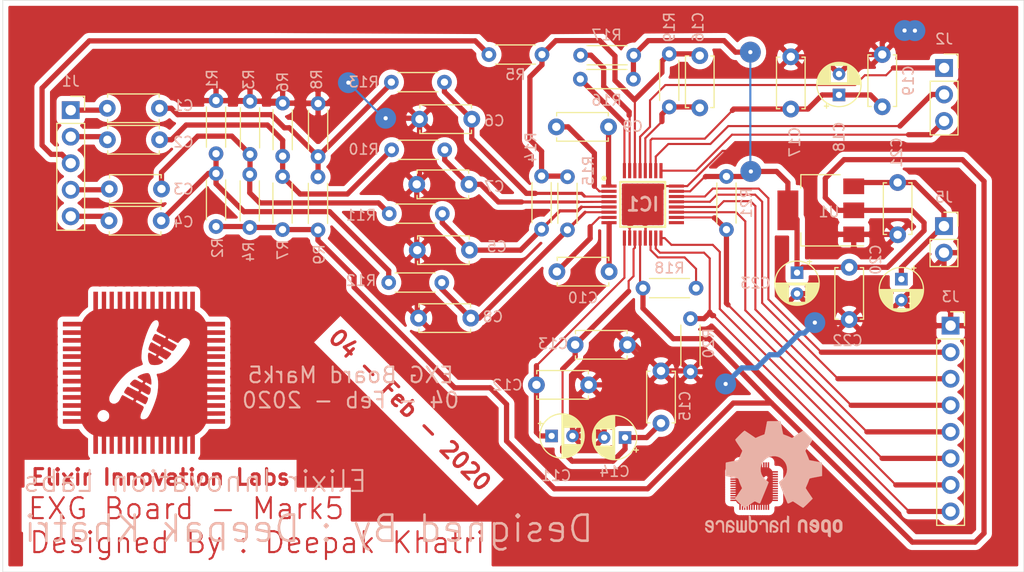
<source format=kicad_pcb>
(kicad_pcb (version 20171130) (host pcbnew 5.1.5-1.fc31)
  (layers (0 F.Cu signal) (31 B.Cu signal) (34 B.Paste user) (35 F.Paste user) (36 B.SilkS user) (37 F.SilkS user) (38 B.Mask user) (39 F.Mask user) (44 Edge.Cuts user))
  (net 0 "")
  (net 1 "Net-(C1-Pad2)")
  (net 2 1N)
  (net 3 "Net-(C2-Pad2)")
  (net 4 1P)
  (net 5 "Net-(C3-Pad2)")
  (net 6 2N)
  (net 7 "Net-(C4-Pad2)")
  (net 8 2P)
  (net 9 "Net-(C5-Pad2)")
  (net 10 GND)
  (net 11 "Net-(C6-Pad2)")
  (net 12 "Net-(C7-Pad2)")
  (net 13 "Net-(C8-Pad2)")
  (net 14 "Net-(C9-Pad2)")
  (net 15 "Net-(C9-Pad1)")
  (net 16 "Net-(C10-Pad2)")
  (net 17 "Net-(C10-Pad1)")
  (net 18 "Net-(C11-Pad1)")
  (net 19 "Net-(C13-Pad2)")
  (net 20 RLD)
  (net 21 "Net-(C16-Pad1)")
  (net 22 "Net-(C17-Pad1)")
  (net 23 VCC)
  (net 24 VDD)
  (net 25 "Net-(IC1-Pad14)")
  (net 26 RESET)
  (net 27 START)
  (net 28 "Net-(IC1-Pad17)")
  (net 29 CS)
  (net 30 DIN)
  (net 31 SCLK)
  (net 32 DOUT)
  (net 33 DRDY)
  (net 34 GPIO2)
  (net 35 GPIO1)
  (net 36 TEST)
  (net 37 "Net-(IC1-Pad31)")
  (net 38 "Net-(IC1-Pad32)")
  (net 39 "Net-(J1-Pad3)")
  (module Symbol:OSHW-Logo2_14.6x12mm_SilkScreen (layer B.Cu) (at 132.5 137.25 180)
    (fp_text reference REF** hide)
    (fp_text value OSHW-Logo2_14.6x12mm_SilkScreen hide)
  )
  (module UpSideDownLabs:elixir_15.5_15.5 (layer B.Cu) (at 70.7517 126.0221)
    (fp_text reference G*** hide)
    (fp_text value LOGO hide)
  )
  (module UpSideDownLabs:elixir_4.5_4.5_F (layer F.Cu) (at 130.6195 137.922)
    (fp_text reference G*** hide)
    (fp_text value LOGO hide)
    (fp_poly (pts (xy -1.288603 -1.776367) (xy -1.260245 -1.782038) (xy -1.230333 -1.786269) (xy -1.205797 -1.78771) (xy -1.179707 -1.78771) (xy -1.179707 -2.268667) (xy -1.061736 -2.268667) (xy -1.061736 -1.78771) (xy -0.961915 -1.78771) (xy -0.961915 -2.268667) (xy -0.843944 -2.268667) (xy -0.843944 -1.78771) (xy -0.735048 -1.78771) (xy -0.735048 -2.268667) (xy -0.608003 -2.268667) (xy -0.608003 -1.78771) (xy -0.508182 -1.78771) (xy -0.508182 -2.268667) (xy -0.390211 -2.268667) (xy -0.390211 -1.78771) (xy -0.29039 -1.78771) (xy -0.29039 -2.268667) (xy -0.163344 -2.268667) (xy -0.163344 -1.78771) (xy -0.063523 -1.78771) (xy -0.063523 -2.268667) (xy 0.063523 -2.268667) (xy 0.063523 -1.78771) (xy 0.181493 -1.78771) (xy 0.181493 -2.268667) (xy 0.299464 -2.268667) (xy 0.299464 -1.78771) (xy 0.40836 -1.78771) (xy 0.40836 -2.268667) (xy 0.535405 -2.268667) (xy 0.535405 -1.78771) (xy 0.626152 -1.78771) (xy 0.626152 -2.268667) (xy 0.753197 -2.268667) (xy 0.753197 -1.78771) (xy 0.862093 -1.78771) (xy 0.862093 -2.268667) (xy 0.989139 -2.268667) (xy 0.989139 -1.78771) (xy 1.079886 -1.78771) (xy 1.079886 -2.268667) (xy 1.206931 -2.268667) (xy 1.206931 -1.790085) (xy 1.240961 -1.78446) (xy 1.266238 -1.780725) (xy 1.284487 -1.7788) (xy 1.286334 -1.778735) (xy 1.289876 -1.782668) (xy 1.292653 -1.795606) (xy 1.294738 -1.81916) (xy 1.296207 -1.854938) (xy 1.297134 -1.904547) (xy 1.297594 -1.969597) (xy 1.297678 -2.023651) (xy 1.297678 -2.268667) (xy 1.424723 -2.268667) (xy 1.424723 -1.742706) (xy 1.458753 -1.725328) (xy 1.536592 -1.676141) (xy 1.607939 -1.612554) (xy 1.669368 -1.538056) (xy 1.711697 -1.467828) (xy 1.733568 -1.424723) (xy 2.268667 -1.424723) (xy 2.268667 -1.297678) (xy 1.76956 -1.297678) (xy 1.76956 -1.188782) (xy 2.268667 -1.188782) (xy 2.268667 -1.061736) (xy 1.76956 -1.061736) (xy 1.76956 -0.97099) (xy 2.268667 -0.97099) (xy 2.268667 -0.843944) (xy 1.76956 -0.843944) (xy 1.76956 -0.735048) (xy 2.268667 -0.735048) (xy 2.268667 -0.608003) (xy 1.76956 -0.608003) (xy 1.76956 -0.517256) (xy 2.268667 -0.517256) (xy 2.268667 -0.390211) (xy 1.76956 -0.390211) (xy 1.76956 -0.299464) (xy 2.268667 -0.299464) (xy 2.268667 -0.172419) (xy 1.768655 -0.172419) (xy 1.771376 -0.120239) (xy 1.774098 -0.06806) (xy 2.021383 -0.065646) (xy 2.268667 -0.063231) (xy 2.268667 0.054448) (xy 1.76956 0.054448) (xy 1.76956 0.172419) (xy 2.268667 0.172419) (xy 2.268667 0.299464) (xy 1.768655 0.299464) (xy 1.771376 0.351643) (xy 1.774098 0.403823) (xy 2.021383 0.406237) (xy 2.268667 0.408652) (xy 2.268667 0.526331) (xy 1.76956 0.526331) (xy 1.76956 0.626152) (xy 2.268667 0.626152) (xy 2.268667 0.753197) (xy 1.76956 0.753197) (xy 1.76956 0.853019) (xy 2.268667 0.853019) (xy 2.268667 0.980064) (xy 1.76956 0.980064) (xy 1.76956 1.079886) (xy 2.268667 1.079886) (xy 2.268667 1.197565) (xy 2.021383 1.199979) (xy 1.774098 1.202394) (xy 1.768612 1.297678) (xy 2.268667 1.297678) (xy 2.268667 1.424723) (xy 1.733568 1.424723) (xy 1.711697 1.467828) (xy 1.661556 1.548926) (xy 1.598545 1.622118) (xy 1.526091 1.683913) (xy 1.458753 1.725327) (xy 1.424723 1.742705) (xy 1.424723 2.268667) (xy 1.297678 2.268667) (xy 1.297678 1.77626) (xy 1.263648 1.781885) (xy 1.238371 1.78562) (xy 1.220122 1.787545) (xy 1.218274 1.78761) (xy 1.2147 1.791635) (xy 1.211906 1.80472) (xy 1.209815 1.828485) (xy 1.208351 1.864551) (xy 1.207438 1.914537) (xy 1.206999 1.980064) (xy 1.206931 2.028189) (xy 1.206931 2.268667) (xy 1.079886 2.268667) (xy 1.079886 1.78771) (xy 0.989139 1.78771) (xy 0.989139 2.268667) (xy 0.862093 2.268667) (xy 0.862093 1.78771) (xy 0.753197 1.78771) (xy 0.753197 2.268667) (xy 0.626152 2.268667) (xy 0.626152 1.78771) (xy 0.535405 1.78771) (xy 0.535405 2.268667) (xy 0.40836 2.268667) (xy 0.40836 1.78771) (xy 0.299464 1.78771) (xy 0.299464 2.268667) (xy 0.181493 2.268667) (xy 0.181493 1.78771) (xy 0.063523 1.78771) (xy 0.063523 2.268667) (xy -0.063523 2.268667) (xy -0.063523 1.78771) (xy -0.163344 1.78771) (xy -0.163344 2.268667) (xy -0.29039 2.268667) (xy -0.29039 1.78771) (xy -0.390211 1.78771) (xy -0.390211 2.268667) (xy -0.508182 2.268667) (xy -0.508182 1.78771) (xy -0.608003 1.78771) (xy -0.608003 2.268667) (xy -0.735048 2.268667) (xy -0.735048 1.78771) (xy -0.843944 1.78771) (xy -0.843944 2.268667) (xy -0.961915 2.268667) (xy -0.961915 1.78771) (xy -1.061736 1.78771) (xy -1.061736 2.268667) (xy -1.179707 2.268667) (xy -1.179707 1.78771) (xy -1.205797 1.78771) (xy -1.234778 1.785806) (xy -1.260245 1.782038) (xy -1.288603 1.776366) (xy -1.288603 2.268667) (xy -1.415649 2.268667) (xy -1.415649 1.745953) (xy -1.454216 1.727131) (xy -1.528082 1.682136) (xy -1.597408 1.622745) (xy -1.658488 1.552692) (xy -1.707612 1.475711) (xy -1.711697 1.467828) (xy -1.733568 1.424723) (xy -2.268667 1.424723) (xy -2.268667 1.297678) (xy -1.768612 1.297678) (xy -1.774098 1.202394) (xy -2.021383 1.199979) (xy -2.268667 1.197565) (xy -2.268667 1.19723) (xy -1.30426 1.19723) (xy -1.302192 1.233331) (xy -1.283827 1.285419) (xy -1.25106 1.328046) (xy -1.206288 1.358572) (xy -1.179376 1.368695) (xy -1.15254 1.375834) (xy -1.133935 1.377818) (xy -1.114424 1.374759) (xy -1.095518 1.369729) (xy -1.058363 1.352636) (xy -1.021485 1.324663) (xy -0.992092 1.291708) (xy -0.984138 1.278632) (xy -0.974623 1.24701) (xy -0.971455 1.20689) (xy -0.974635 1.166779) (xy -0.984138 1.13523) (xy -1.00931 1.101117) (xy -1.04509 1.070163) (xy -1.084218 1.04823) (xy -1.097495 1.043732) (xy -1.146153 1.039253) (xy -1.192896 1.050286) (xy -1.234902 1.074215) (xy -1.269347 1.108425) (xy -1.293407 1.150302) (xy -1.30426 1.19723) (xy -2.268667 1.19723) (xy -2.268667 1.079886) (xy -1.769561 1.079886) (xy -1.769561 0.980064) (xy -2.268667 0.980064) (xy -2.268667 0.853019) (xy -1.769561 0.853019) (xy -1.769561 0.753197) (xy -2.268667 0.753197) (xy -2.268667 0.742067) (xy -0.975642 0.742067) (xy -0.965135 0.790429) (xy -0.940613 0.828397) (xy -0.902595 0.854933) (xy -0.882227 0.862571) (xy -0.836737 0.869196) (xy -0.792878 0.860163) (xy -0.747403 0.834703) (xy -0.739392 0.828772) (xy -0.716508 0.809089) (xy -0.697404 0.786454) (xy -0.678816 0.756254) (xy -0.657478 0.71387) (xy -0.656126 0.711022) (xy -0.63658 0.672396) (xy -0.619634 0.643951) (xy -0.606954 0.62833) (xy -0.602628 0.626152) (xy -0.590367 0.630391) (xy -0.565463 0.642065) (xy -0.531034 0.659611) (xy -0.490198 0.681466) (xy -0.469354 0.692963) (xy -0.425741 0.717203) (xy -0.386396 0.738984) (xy -0.35469 0.756448) (xy -0.333992 0.767734) (xy -0.329269 0.77025) (xy -0.31448 0.775466) (xy -0.304275 0.769162) (xy -0.295239 0.7538) (xy -0.285748 0.734274) (xy -0.281352 0.722913) (xy -0.281315 0.722524) (xy -0.288825 0.716842) (xy -0.309444 0.70423) (xy -0.340305 0.68637) (xy -0.378542 0.664945) (xy -0.39248 0.657276) (xy -0.447584 0.626833) (xy -0.488626 0.603347) (xy -0.517623 0.58536) (xy -0.536595 0.571413) (xy -0.547558 0.560048) (xy -0.55253 0.549807) (xy -0.553555 0.540882) (xy -0.548629 0.522364) (xy -0.535737 0.495799) (xy -0.517712 0.465435) (xy -0.497385 0.435518) (xy -0.477588 0.410296) (xy -0.461152 0.394014) (xy -0.453096 0.390211) (xy -0.440111 0.394343) (xy -0.414234 0.40578) (xy -0.378474 0.423078) (xy -0.335844 0.444793) (xy -0.302815 0.462232) (xy -0.250583 0.489866) (xy -0.211853 0.509092) (xy -0.184315 0.520414) (xy -0.16566 0.524333) (xy -0.153578 0.521353) (xy -0.145761 0.511976) (xy -0.140186 0.497621) (xy -0.138626 0.486482) (xy -0.143029 0.475881) (xy -0.155608 0.464078) (xy -0.178577 0.449335) (xy -0.214146 0.429913) (xy -0.249554 0.411673) (xy -0.307695 0.380679) (xy -0.349667 0.354964) (xy -0.376433 0.333831) (xy -0.388961 0.316582) (xy -0.390211 0.310061) (xy -0.384073 0.296639) (xy -0.367782 0.275009) (xy -0.344522 0.249277) (xy -0.337768 0.242463) (xy -0.307611 0.214557) (xy -0.282059 0.197578) (xy -0.257189 0.191392) (xy -0.229077 0.195863) (xy -0.193798 0.210858) (xy -0.147954 0.235941) (xy -0.113389 0.255152) (xy -0.084057 0.270333) (xy -0.063891 0.279507) (xy -0.057612 0.281315) (xy -0.04519 0.27447) (xy -0.030611 0.258825) (xy -0.020032 0.241711) (xy -0.018149 0.234322) (xy -0.02547 0.227056) (xy -0.044973 0.21349) (xy -0.072968 0.196126) (xy -0.083941 0.189701) (xy -0.125609 0.165114) (xy -0.153335 0.147028) (xy -0.169252 0.133518) (xy -0.175495 0.122658) (xy -0.174195 0.112523) (xy -0.172765 0.109544) (xy -0.156162 0.092577) (xy -0.12577 0.073917) (xy -0.08566 0.055102) (xy -0.039902 0.037672) (xy 0.007433 0.023168) (xy 0.052276 0.013128) (xy 0.090556 0.009092) (xy 0.092833 0.009075) (xy 0.120922 0.012961) (xy 0.142741 0.026366) (xy 0.160689 0.051907) (xy 0.177165 0.092201) (xy 0.181694 0.106015) (xy 0.191175 0.142538) (xy 0.198901 0.184605) (xy 0.204488 0.227958) (xy 0.207547 0.268338) (xy 0.207694 0.301488) (xy 0.204541 0.32315) (xy 0.201835 0.328126) (xy 0.189094 0.329189) (xy 0.163083 0.319641) (xy 0.124268 0.299844) (xy 0.055927 0.262337) (xy 0.036901 0.282758) (xy 0.024367 0.299838) (xy 0.020906 0.312273) (xy 0.020913 0.312292) (xy 0.029658 0.320762) (xy 0.050364 0.335495) (xy 0.07919 0.353827) (xy 0.091378 0.361127) (xy 0.132885 0.385877) (xy 0.161115 0.404524) (xy 0.178441 0.420155) (xy 0.187236 0.435858) (xy 0.189874 0.454719) (xy 0.188728 0.479826) (xy 0.188162 0.487015) (xy 0.181512 0.530558) (xy 0.169826 0.568849) (xy 0.154782 0.597963) (xy 0.138056 0.613978) (xy 0.133204 0.615599) (xy 0.119053 0.612553) (xy 0.093101 0.601973) (xy 0.05917 0.585565) (xy 0.024665 0.567059) (xy -0.067347 0.515461) (xy -0.083584 0.535513) (xy -0.09548 0.552831) (xy -0.099821 0.563747) (xy -0.092216 0.57317) (xy -0.071252 0.589099) (xy -0.039706 0.609732) (xy -0.000357 0.633268) (xy 0.044019 0.657906) (xy 0.051569 0.66192) (xy 0.080282 0.678379) (xy 0.102042 0.693267) (xy 0.112223 0.703412) (xy 0.112278 0.703549) (xy 0.11322 0.722895) (xy 0.107202 0.75165) (xy 0.096104 0.785347) (xy 0.081804 0.819519) (xy 0.066181 0.8497) (xy 0.051113 0.871423) (xy 0.038479 0.880222) (xy 0.037961 0.880243) (xy 0.024101 0.875982) (xy -0.001968 0.864325) (xy -0.036743 0.846958) (xy -0.076721 0.82557) (xy -0.084497 0.821257) (xy -0.124269 0.799431) (xy -0.158619 0.781254) (xy -0.184323 0.768383) (xy -0.19816 0.762474) (xy -0.199269 0.762272) (xy -0.211185 0.769496) (xy -0.223569 0.78608) (xy -0.231795 0.804393) (xy -0.231842 0.816012) (xy -0.222006 0.823685) (xy -0.199467 0.837732) (xy -0.167612 0.85613) (xy -0.131115 0.876167) (xy -0.092498 0.897392) (xy -0.05897 0.916764) (xy -0.034288 0.932051) (xy -0.022564 0.940647) (xy -0.012432 0.956162) (xy -0.010544 0.976413) (xy -0.017477 1.004145) (xy -0.03381 1.042104) (xy -0.051088 1.076119) (xy -0.073416 1.121161) (xy -0.087412 1.15721) (xy -0.0951 1.190177) (xy -0.097611 1.21196) (xy -0.09932 1.244602) (xy -0.097157 1.265153) (xy -0.089976 1.279466) (xy -0.082822 1.287453) (xy -0.056449 1.302147) (xy -0.020325 1.306806) (xy 0.020153 1.301395) (xy 0.054931 1.288356) (xy 0.082442 1.269414) (xy 0.109728 1.243116) (xy 0.119036 1.23164) (xy 0.146753 1.188424) (xy 0.177756 1.130977) (xy 0.210668 1.062606) (xy 0.244109 0.986621) (xy 0.276703 0.90633) (xy 0.30707 0.825041) (xy 0.333832 0.746062) (xy 0.355611 0.672702) (xy 0.361833 0.648839) (xy 0.377482 0.573611) (xy 0.388859 0.492612) (xy 0.395893 0.409443) (xy 0.398513 0.327706) (xy 0.39665 0.251001) (xy 0.390233 0.182932) (xy 0.379192 0.1271) (xy 0.372422 0.106206) (xy 0.360172 0.069128) (xy 0.35783 0.045223) (xy 0.365965 0.032102) (xy 0.385144 0.027375) (xy 0.391216 0.027224) (xy 0.422725 0.023473) (xy 0.465156 0.013321) (xy 0.513168 -0.001579) (xy 0.56142 -0.019574) (xy 0.603465 -0.038454) (xy 0.684983 -0.086058) (xy 0.770387 -0.148504) (xy 0.857129 -0.22366) (xy 0.942658 -0.3094) (xy 0.986664 -0.35845) (xy 1.058564 -0.444567) (xy 1.122304 -0.526932) (xy 1.176889 -0.604026) (xy 1.221326 -0.674331) (xy 1.254621 -0.736325) (xy 1.27578 -0.788491) (xy 1.281116 -0.808537) (xy 1.286568 -0.839852) (xy 1.28627 -0.861937) (xy 1.279566 -0.882984) (xy 1.274252 -0.894366) (xy 1.245282 -0.933821) (xy 1.204231 -0.962296) (xy 1.165346 -0.975069) (xy 1.125321 -0.973987) (xy 1.082637 -0.958152) (xy 1.041221 -0.929723) (xy 1.005001 -0.89086) (xy 1.000348 -0.884392) (xy 0.979297 -0.857588) (xy 0.960613 -0.840093) (xy 0.949872 -0.835214) (xy 0.936468 -0.839438) (xy 0.910638 -0.8513) (xy 0.875582 -0.8692) (xy 0.834497 -0.89154) (xy 0.814174 -0.903028) (xy 0.76579 -0.930347) (xy 0.730542 -0.94879) (xy 0.706 -0.958809) (xy 0.68973 -0.960855) (xy 0.679301 -0.95538) (xy 0.67228 -0.942837) (xy 0.66811 -0.930154) (xy 0.667956 -0.922226) (xy 0.673656 -0.913477) (xy 0.687343 -0.902401) (xy 0.711151 -0.887493) (xy 0.747214 -0.867247) (xy 0.789644 -0.844426) (xy 0.83975 -0.817251) (xy 0.875484 -0.796552) (xy 0.898845 -0.780971) (xy 0.911832 -0.76915) (xy 0.916444 -0.759729) (xy 0.916539 -0.758217) (xy 0.911271 -0.742792) (xy 0.897223 -0.71776) (xy 0.877029 -0.687626) (xy 0.86851 -0.676063) (xy 0.843963 -0.644743) (xy 0.826259 -0.625804) (xy 0.812173 -0.616527) (xy 0.798476 -0.614196) (xy 0.795234 -0.614342) (xy 0.77804 -0.61943) (xy 0.749119 -0.632045) (xy 0.712303 -0.650369) (xy 0.671423 -0.672581) (xy 0.665438 -0.675986) (xy 0.620361 -0.701349) (xy 0.587982 -0.717776) (xy 0.565462 -0.725709) (xy 0.54996 -0.725593) (xy 0.538636 -0.717868) (xy 0.528651 -0.702979) (xy 0.525798 -0.697754) (xy 0.52421 -0.690324) (xy 0.528962 -0.682042) (xy 0.542231 -0.671321) (xy 0.566194 -0.656571) (xy 0.603028 -0.636206) (xy 0.629681 -0.621972) (xy 0.680766 -0.594512) (xy 0.717462 -0.573523) (xy 0.741617 -0.557364) (xy 0.755079 -0.544393) (xy 0.759693 -0.532968) (xy 0.757308 -0.521446) (xy 0.752612 -0.512691) (xy 0.737251 -0.490946) (xy 0.715312 -0.464038) (xy 0.690028 -0.435437) (xy 0.664635 -0.408611) (xy 0.642366 -0.387031) (xy 0.626454 -0.374166) (xy 0.621532 -0.372062) (xy 0.609239 -0.376592) (xy 0.585126 -0.388916) (xy 0.552715 -0.407133) (xy 0.516789 -0.42857) (xy 0.424568 -0.485078) (xy 0.407091 -0.463495) (xy 0.395617 -0.445217) (xy 0.392738 -0.431942) (xy 0.402065 -0.421389) (xy 0.423295 -0.404736) (xy 0.452489 -0.384735) (xy 0.485705 -0.364142) (xy 0.506995 -0.352066) (xy 0.529144 -0.33355) (xy 0.534407 -0.312417) (xy 0.523635 -0.289884) (xy 0.497682 -0.267171) (xy 0.457401 -0.245495) (xy 0.423171 -0.232279) (xy 0.386348 -0.223618) (xy 0.341393 -0.218652) (xy 0.293641 -0.21735) (xy 0.248425 -0.219683) (xy 0.211078 -0.225619) (xy 0.189292 -0.233602) (xy 0.159847 -0.261136) (xy 0.136949 -0.304326) (xy 0.121196 -0.361682) (xy 0.113766 -0.421972) (xy 0.111896 -0.481501) (xy 0.115529 -0.524204) (xy 0.124756 -0.550583) (xy 0.139001 -0.561019) (xy 0.152927 -0.55792) (xy 0.178237 -0.54722) (xy 0.210828 -0.53078) (xy 0.233947 -0.517914) (xy 0.268407 -0.498542) (xy 0.297414 -0.483192) (xy 0.317157 -0.473829) (xy 0.323277 -0.471883) (xy 0.332023 -0.478638) (xy 0.342606 -0.494012) (xy 0.350805 -0.510669) (xy 0.352398 -0.521274) (xy 0.351983 -0.521761) (xy 0.343278 -0.526461) (xy 0.321897 -0.537408) (xy 0.29142 -0.552777) (xy 0.267703 -0.564638) (xy 0.216579 -0.590351) (xy 0.179562 -0.609784) (xy 0.154397 -0.624517) (xy 0.13883 -0.636128) (xy 0.130607 -0.646196) (xy 0.127476 -0.656299) (xy 0.127103 -0.66313) (xy 0.130434 -0.686516) (xy 0.139191 -0.719779) (xy 0.151391 -0.75723) (xy 0.165056 -0.793181) (xy 0.178205 -0.821943) (xy 0.187418 -0.836403) (xy 0.202683 -0.849264) (xy 0.212292 -0.853019) (xy 0.223352 -0.848699) (xy 0.246931 -0.836842) (xy 0.279897 -0.819104) (xy 0.31912 -0.797139) (xy 0.332467 -0.789496) (xy 0.372584 -0.766604) (xy 0.406949 -0.747378) (xy 0.432584 -0.733456) (xy 0.446509 -0.726475) (xy 0.448037 -0.725974) (xy 0.455326 -0.733157) (xy 0.466006 -0.750631) (xy 0.466949 -0.752431) (xy 0.472052 -0.762185) (xy 0.474562 -0.77011) (xy 0.472608 -0.7777) (xy 0.464314 -0.786447) (xy 0.447808 -0.797844) (xy 0.421216 -0.813384) (xy 0.382665 -0.834559) (xy 0.33028 -0.862864) (xy 0.324315 -0.866087) (xy 0.289473 -0.886011) (xy 0.260503 -0.904615) (xy 0.241372 -0.919243) (xy 0.236272 -0.924998) (xy 0.235403 -0.942258) (xy 0.24263 -0.969497) (xy 0.255611 -1.001848) (xy 0.272003 -1.034442) (xy 0.289464 -1.062414) (xy 0.305649 -1.080895) (xy 0.313442 -1.085326) (xy 0.330795 -1.083405) (xy 0.36241 -1.072341) (xy 0.408684 -1.051975) (xy 0.461528 -1.026391) (xy 0.589809 -0.962486) (xy 0.604792 -0.985353) (xy 0.613441 -1.004711) (xy 0.61162 -1.016065) (xy 0.600666 -1.023236) (xy 0.577193 -1.036685) (xy 0.544819 -1.05439) (xy 0.512719 -1.071421) (xy 0.457368 -1.100745) (xy 0.416299 -1.123524) (xy 0.387485 -1.141182) (xy 0.368902 -1.155143) (xy 0.358524 -1.166832) (xy 0.354327 -1.177671) (xy 0.353912 -1.183068) (xy 0.358003 -1.201333) (xy 0.368782 -1.229599) (xy 0.384008 -1.262063) (xy 0.385673 -1.265286) (xy 0.408464 -1.318202) (xy 0.417063 -1.364334) (xy 0.411918 -1.407628) (xy 0.404294 -1.429532) (xy 0.389396 -1.453499) (xy 0.370441 -1.470309) (xy 0.368263 -1.471411) (xy 0.337801 -1.475926) (xy 0.302376 -1.466287) (xy 0.265774 -1.444246) (xy 0.23178 -1.41155) (xy 0.227599 -1.406419) (xy 0.193994 -1.356969) (xy 0.158446 -1.291962) (xy 0.121908 -1.213759) (xy 0.08533 -1.124721) (xy 0.049662 -1.027207) (xy 0.015856 -0.92358) (xy -0.015137 -0.816198) (xy -0.024564 -0.780422) (xy -0.040194 -0.71816) (xy -0.051545 -0.668337) (xy -0.059423 -0.625971) (xy -0.064636 -0.586079) (xy -0.067989 -0.543678) (xy -0.070089 -0.499107) (xy -0.071759 -0.447829) (xy -0.071933 -0.410037) (xy -0.070192 -0.3811) (xy -0.066116 -0.356386) (xy -0.059288 -0.331266) (xy -0.053223 -0.312667) (xy -0.043039 -0.279527) (xy -0.036306 -0.251829) (xy -0.034345 -0.235097) (xy -0.034463 -0.234234) (xy -0.044779 -0.223605) (xy -0.071394 -0.209771) (xy -0.112889 -0.193446) (xy -0.120718 -0.190685) (xy -0.232434 -0.145899) (xy -0.335193 -0.091757) (xy -0.431788 -0.026292) (xy -0.525009 0.052462) (xy -0.617647 0.146472) (xy -0.648768 0.181411) (xy -0.70191 0.245065) (xy -0.754318 0.312729) (xy -0.80447 0.382031) (xy -0.850845 0.450604) (xy -0.891922 0.516075) (xy -0.926179 0.576076) (xy -0.952094 0.628236) (xy -0.968147 0.670184) (xy -0.971612 0.684347) (xy -0.975642 0.742067) (xy -2.268667 0.742067) (xy -2.268667 0.626152) (xy -1.769561 0.626152) (xy -1.769561 0.526331) (xy -2.268667 0.526331) (xy -2.268667 0.408652) (xy -2.021383 0.406237) (xy -1.774098 0.403823) (xy -1.771376 0.351643) (xy -1.768655 0.299464) (xy -2.268667 0.299464) (xy -2.268667 0.172419) (xy -1.769561 0.172419) (xy -1.769561 0.054448) (xy -2.268667 0.054448) (xy -2.268667 -0.063231) (xy -2.021383 -0.065646) (xy -1.774098 -0.06806) (xy -1.771376 -0.120239) (xy -1.768655 -0.172419) (xy -2.268667 -0.172419) (xy -2.268667 -0.299464) (xy -1.769561 -0.299464) (xy -1.769561 -0.390211) (xy -2.268667 -0.390211) (xy -2.268667 -0.517256) (xy -1.769561 -0.517256) (xy -1.769561 -0.608003) (xy -2.268667 -0.608003) (xy -2.268667 -0.735048) (xy -1.769561 -0.735048) (xy -1.769561 -0.843944) (xy -2.268667 -0.843944) (xy -2.268667 -0.97099) (xy -1.769561 -0.97099) (xy -1.769561 -1.061736) (xy -2.268667 -1.061736) (xy -2.268667 -1.188782) (xy -1.769561 -1.188782) (xy -1.769561 -1.297678) (xy -2.268667 -1.297678) (xy -2.268667 -1.424723) (xy -1.733568 -1.424723) (xy -1.711697 -1.467828) (xy -1.66201 -1.548382) (xy -1.599854 -1.6209) (xy -1.528552 -1.682035) (xy -1.454216 -1.727089) (xy -1.415649 -1.745953) (xy -1.415649 -2.268667) (xy -1.288603 -2.268667) (xy -1.288603 -1.776367)) (layer F.Cu) (width 0.01))
  )
  (module UpSideDownLabs:elixir_15.5_15.5_F (layer F.Cu) (at 72.2249 127.0762)
    (fp_text reference G*** hide)
    (fp_text value LOGO hide)
    (fp_poly (pts (xy -4.403907 -6.070879) (xy -4.30699 -6.090262) (xy -4.204764 -6.10472) (xy -4.120909 -6.109646) (xy -4.031746 -6.109646) (xy -4.031746 -7.753357) (xy -3.628571 -7.753357) (xy -3.628571 -6.109646) (xy -3.287423 -6.109646) (xy -3.287423 -7.753357) (xy -2.884249 -7.753357) (xy -2.884249 -6.109646) (xy -2.512088 -6.109646) (xy -2.512088 -7.753357) (xy -2.0779 -7.753357) (xy -2.0779 -6.109646) (xy -1.736752 -6.109646) (xy -1.736752 -7.753357) (xy -1.333577 -7.753357) (xy -1.333577 -6.109646) (xy -0.99243 -6.109646) (xy -0.99243 -7.753357) (xy -0.558242 -7.753357) (xy -0.558242 -6.109646) (xy -0.217094 -6.109646) (xy -0.217094 -7.753357) (xy 0.217094 -7.753357) (xy 0.217094 -6.109646) (xy 0.620269 -6.109646) (xy 0.620269 -7.753357) (xy 1.023443 -7.753357) (xy 1.023443 -6.109646) (xy 1.395605 -6.109646) (xy 1.395605 -7.753357) (xy 1.829793 -7.753357) (xy 1.829793 -6.109646) (xy 2.139927 -6.109646) (xy 2.139927 -7.753357) (xy 2.574115 -7.753357) (xy 2.574115 -6.109646) (xy 2.946276 -6.109646) (xy 2.946276 -7.753357) (xy 3.380464 -7.753357) (xy 3.380464 -6.109646) (xy 3.690599 -6.109646) (xy 3.690599 -7.753357) (xy 4.124787 -7.753357) (xy 4.124787 -6.117761) (xy 4.241087 -6.098538) (xy 4.327472 -6.085775) (xy 4.38984 -6.079196) (xy 4.396154 -6.078974) (xy 4.408259 -6.092413) (xy 4.417748 -6.136632) (xy 4.424875 -6.21713) (xy 4.429896 -6.339402) (xy 4.433065 -6.508947) (xy 4.434635 -6.73126) (xy 4.434921 -6.915995) (xy 4.434921 -7.753357) (xy 4.869109 -7.753357) (xy 4.869109 -5.955839) (xy 4.985409 -5.896449) (xy 5.251431 -5.72835) (xy 5.495266 -5.511037) (xy 5.705202 -5.256433) (xy 5.849866 -5.016422) (xy 5.92461 -4.869108) (xy 7.753358 -4.869108) (xy 7.753358 -4.43492) (xy 6.047619 -4.43492) (xy 6.047619 -4.062759) (xy 7.753358 -4.062759) (xy 7.753358 -3.628571) (xy 6.047619 -3.628571) (xy 6.047619 -3.318437) (xy 7.753358 -3.318437) (xy 7.753358 -2.884249) (xy 6.047619 -2.884249) (xy 6.047619 -2.512088) (xy 7.753358 -2.512088) (xy 7.753358 -2.0779) (xy 6.047619 -2.0779) (xy 6.047619 -1.767765) (xy 7.753358 -1.767765) (xy 7.753358 -1.333577) (xy 6.047619 -1.333577) (xy 6.047619 -1.023443) (xy 7.753358 -1.023443) (xy 7.753358 -0.589255) (xy 6.044524 -0.589255) (xy 6.053825 -0.410928) (xy 6.063126 -0.2326) (xy 6.908242 -0.224349) (xy 7.753358 -0.216097) (xy 7.753358 0.186081) (xy 6.047619 0.186081) (xy 6.047619 0.589255) (xy 7.753358 0.589255) (xy 7.753358 1.023443) (xy 6.044524 1.023443) (xy 6.053825 1.201771) (xy 6.063126 1.380098) (xy 7.753358 1.396602) (xy 7.753358 1.798779) (xy 6.047619 1.798779) (xy 6.047619 2.139927) (xy 7.753358 2.139927) (xy 7.753358 2.574115) (xy 6.047619 2.574115) (xy 6.047619 2.915263) (xy 7.753358 2.915263) (xy 7.753358 3.349451) (xy 6.047619 3.349451) (xy 6.047619 3.690599) (xy 7.753358 3.690599) (xy 7.753358 4.092776) (xy 6.063126 4.10928) (xy 6.053752 4.2721) (xy 6.044378 4.434921) (xy 7.753358 4.434921) (xy 7.753358 4.869109) (xy 5.92461 4.869109) (xy 5.849866 5.016423) (xy 5.678505 5.293584) (xy 5.463161 5.543721) (xy 5.215544 5.754911) (xy 4.985409 5.89645) (xy 4.869109 5.95584) (xy 4.869109 7.753358) (xy 4.434921 7.753358) (xy 4.434921 6.070517) (xy 4.318621 6.08974) (xy 4.232235 6.102503) (xy 4.169868 6.109082) (xy 4.163553 6.109305) (xy 4.151339 6.123061) (xy 4.14179 6.16778) (xy 4.134644 6.249) (xy 4.129641 6.372257) (xy 4.12652 6.543089) (xy 4.125018 6.767032) (xy 4.124787 6.931502) (xy 4.124787 7.753358) (xy 3.690599 7.753358) (xy 3.690599 6.109646) (xy 3.380464 6.109646) (xy 3.380464 7.753358) (xy 2.946276 7.753358) (xy 2.946276 6.109646) (xy 2.574115 6.109646) (xy 2.574115 7.753358) (xy 2.139927 7.753358) (xy 2.139927 6.109646) (xy 1.829793 6.109646) (xy 1.829793 7.753358) (xy 1.395605 7.753358) (xy 1.395605 6.109646) (xy 1.023443 6.109646) (xy 1.023443 7.753358) (xy 0.620269 7.753358) (xy 0.620269 6.109646) (xy 0.217094 6.109646) (xy 0.217094 7.753358) (xy -0.217094 7.753358) (xy -0.217094 6.109646) (xy -0.558242 6.109646) (xy -0.558242 7.753358) (xy -0.99243 7.753358) (xy -0.99243 6.109646) (xy -1.333577 6.109646) (xy -1.333577 7.753358) (xy -1.736752 7.753358) (xy -1.736752 6.109646) (xy -2.0779 6.109646) (xy -2.0779 7.753358) (xy -2.512088 7.753358) (xy -2.512088 6.109646) (xy -2.884249 6.109646) (xy -2.884249 7.753358) (xy -3.287423 7.753358) (xy -3.287423 6.109646) (xy -3.628571 6.109646) (xy -3.628571 7.753358) (xy -4.031746 7.753358) (xy -4.031746 6.109646) (xy -4.120909 6.109646) (xy -4.219955 6.103139) (xy -4.30699 6.090263) (xy -4.403907 6.070879) (xy -4.403907 7.753358) (xy -4.838095 7.753358) (xy -4.838095 5.966939) (xy -4.969902 5.902614) (xy -5.222345 5.74884) (xy -5.459274 5.545865) (xy -5.668017 5.306453) (xy -5.835903 5.043365) (xy -5.849866 5.016423) (xy -5.92461 4.869109) (xy -7.753357 4.869109) (xy -7.753357 4.434921) (xy -6.044377 4.434921) (xy -6.053751 4.2721) (xy -6.063126 4.10928) (xy -6.908242 4.101028) (xy -7.753357 4.092776) (xy -7.753357 4.091634) (xy -4.457416 4.091634) (xy -4.450348 4.215012) (xy -4.387584 4.393025) (xy -4.275601 4.538707) (xy -4.122588 4.643032) (xy -4.030613 4.677629) (xy -3.9389 4.702027) (xy -3.875316 4.708807) (xy -3.808635 4.698353) (xy -3.744024 4.681164) (xy -3.617042 4.622744) (xy -3.491008 4.527147) (xy -3.390555 4.41452) (xy -3.363373 4.36983) (xy -3.330853 4.261759) (xy -3.320028 4.124647) (xy -3.330896 3.987564) (xy -3.363373 3.879743) (xy -3.449399 3.763158) (xy -3.571681 3.657372) (xy -3.705404 3.582413) (xy -3.750781 3.567041) (xy -3.917072 3.551734) (xy -4.07682 3.589439) (xy -4.220378 3.671218) (xy -4.338096 3.788135) (xy -4.420325 3.931253) (xy -4.457416 4.091634) (xy -7.753357 4.091634) (xy -7.753357 3.690599) (xy -6.047619 3.690599) (xy -6.047619 3.349451) (xy -7.753357 3.349451) (xy -7.753357 2.915263) (xy -6.047619 2.915263) (xy -6.047619 2.574115) (xy -7.753357 2.574115) (xy -7.753357 2.536076) (xy -3.334335 2.536076) (xy -3.298429 2.701358) (xy -3.214623 2.831116) (xy -3.084693 2.921806) (xy -3.015084 2.947908) (xy -2.859616 2.970551) (xy -2.709726 2.939678) (xy -2.554312 2.852665) (xy -2.526931 2.832397) (xy -2.448725 2.765128) (xy -2.383436 2.687773) (xy -2.319908 2.584559) (xy -2.246986 2.43971) (xy -2.242364 2.429976) (xy -2.175564 2.297971) (xy -2.117648 2.200757) (xy -2.074313 2.14737) (xy -2.059529 2.139927) (xy -2.017627 2.154413) (xy -1.932516 2.19431) (xy -1.814852 2.254276) (xy -1.675291 2.328968) (xy -1.604054 2.36826) (xy -1.455003 2.451101) (xy -1.320541 2.52554) (xy -1.212183 2.585223) (xy -1.141446 2.623796) (xy -1.125302 2.632394) (xy -1.07476 2.650219) (xy -1.039883 2.628677) (xy -1.009002 2.576176) (xy -0.976568 2.509442) (xy -0.961542 2.470616) (xy -0.961416 2.469286) (xy -0.987082 2.449867) (xy -1.057549 2.406764) (xy -1.16302 2.345727) (xy -1.293697 2.272506) (xy -1.341331 2.246295) (xy -1.529654 2.142254) (xy -1.669918 2.061989) (xy -1.76902 2.000516) (xy -1.833856 1.952852) (xy -1.871323 1.914012) (xy -1.888318 1.879013) (xy -1.891819 1.848508) (xy -1.874983 1.785221) (xy -1.830925 1.694435) (xy -1.769324 1.590664) (xy -1.699855 1.488421) (xy -1.632196 1.40222) (xy -1.576025 1.346577) (xy -1.548494 1.333578) (xy -1.504115 1.347702) (xy -1.415677 1.386787) (xy -1.293467 1.445903) (xy -1.147774 1.520119) (xy -1.034894 1.579716) (xy -0.856386 1.674157) (xy -0.724023 1.739866) (xy -0.629911 1.778558) (xy -0.566156 1.791953) (xy -0.524867 1.781768) (xy -0.498148 1.74972) (xy -0.479096 1.700661) (xy -0.473764 1.662593) (xy -0.488812 1.626362) (xy -0.531804 1.586025) (xy -0.6103 1.53564) (xy -0.731862 1.469265) (xy -0.852869 1.406928) (xy -1.051574 1.301002) (xy -1.195014 1.21312) (xy -1.28649 1.140896) (xy -1.329304 1.081947) (xy -1.333577 1.059661) (xy -1.312601 1.013788) (xy -1.256926 0.939867) (xy -1.177432 0.851925) (xy -1.154351 0.828639) (xy -1.051286 0.733266) (xy -0.963961 0.675239) (xy -0.878965 0.654097) (xy -0.782888 0.669379) (xy -0.662322 0.720625) (xy -0.505643 0.806349) (xy -0.387515 0.872004) (xy -0.28727 0.923885) (xy -0.218353 0.95524) (xy -0.196894 0.961417) (xy -0.154439 0.938025) (xy -0.104614 0.884556) (xy -0.06846 0.826068) (xy -0.062027 0.800817) (xy -0.087046 0.775983) (xy -0.153699 0.729619) (xy -0.249372 0.670278) (xy -0.286874 0.648318) (xy -0.429277 0.564292) (xy -0.524034 0.502482) (xy -0.578433 0.456309) (xy -0.599767 0.419194) (xy -0.595326 0.384557) (xy -0.590439 0.374375) (xy -0.533697 0.31639) (xy -0.42983 0.252617) (xy -0.292751 0.188315) (xy -0.136369 0.128748) (xy 0.025404 0.079178) (xy 0.178658 0.044866) (xy 0.309482 0.031075) (xy 0.317265 0.031014) (xy 0.413261 0.044297) (xy 0.487829 0.090109) (xy 0.549168 0.177397) (xy 0.605478 0.315105) (xy 0.620953 0.362315) (xy 0.653356 0.487134) (xy 0.679763 0.630902) (xy 0.698854 0.779065) (xy 0.70931 0.917069) (xy 0.70981 1.030362) (xy 0.699037 1.104391) (xy 0.689787 1.121398) (xy 0.646245 1.125031) (xy 0.557351 1.092399) (xy 0.424696 1.024743) (xy 0.191136 0.896558) (xy 0.126114 0.966351) (xy 0.083278 1.024721) (xy 0.07145 1.067219) (xy 0.071471 1.067283) (xy 0.101359 1.096232) (xy 0.172125 1.146582) (xy 0.270639 1.209234) (xy 0.312293 1.234182) (xy 0.454147 1.318766) (xy 0.550625 1.382494) (xy 0.609837 1.435915) (xy 0.639895 1.48958) (xy 0.64891 1.55404) (xy 0.644994 1.639844) (xy 0.643061 1.664413) (xy 0.620332 1.813228) (xy 0.580395 1.944089) (xy 0.52898 2.04359) (xy 0.471819 2.098322) (xy 0.455237 2.10386) (xy 0.406873 2.093452) (xy 0.318183 2.057292) (xy 0.20222 2.001219) (xy 0.084294 1.937973) (xy -0.230164 1.761633) (xy -0.285656 1.830162) (xy -0.32631 1.889346) (xy -0.341147 1.926654) (xy -0.315155 1.958857) (xy -0.243508 2.013294) (xy -0.135698 2.083809) (xy -0.001218 2.164246) (xy 0.150438 2.248449) (xy 0.176241 2.262165) (xy 0.274372 2.318416) (xy 0.348739 2.369298) (xy 0.383532 2.40397) (xy 0.38372 2.404436) (xy 0.386939 2.470555) (xy 0.366374 2.568827) (xy 0.328445 2.683988) (xy 0.279574 2.800773) (xy 0.22618 2.903919) (xy 0.174684 2.97816) (xy 0.131505 3.008233) (xy 0.129734 3.008303) (xy 0.082368 2.993742) (xy -0.006725 2.953902) (xy -0.125572 2.894551) (xy -0.262201 2.821455) (xy -0.288775 2.806716) (xy -0.4247 2.732122) (xy -0.542092 2.670001) (xy -0.629939 2.626013) (xy -0.677229 2.605817) (xy -0.681017 2.605128) (xy -0.721741 2.629817) (xy -0.764064 2.686495) (xy -0.792178 2.749081) (xy -0.792338 2.788789) (xy -0.758722 2.815011) (xy -0.681694 2.863018) (xy -0.572827 2.925896) (xy -0.448097 2.994375) (xy -0.316118 3.066913) (xy -0.201534 3.133116) (xy -0.117182 3.185361) (xy -0.077113 3.214741) (xy -0.042486 3.267763) (xy -0.036033 3.336972) (xy -0.059728 3.431749) (xy -0.115548 3.561476) (xy -0.174595 3.677727) (xy -0.250906 3.831661) (xy -0.298739 3.954861) (xy -0.325013 4.067529) (xy -0.333593 4.141975) (xy -0.339432 4.253532) (xy -0.33204 4.323766) (xy -0.307499 4.37268) (xy -0.283051 4.399977) (xy -0.192917 4.450195) (xy -0.069461 4.466119) (xy 0.068875 4.447626) (xy 0.187732 4.403065) (xy 0.281754 4.338327) (xy 0.375006 4.248454) (xy 0.406816 4.209231) (xy 0.501541 4.061537) (xy 0.607497 3.865206) (xy 0.719975 3.631545) (xy 0.834265 3.371861) (xy 0.945655 3.097459) (xy 1.049436 2.819647) (xy 1.140898 2.549731) (xy 1.21533 2.299017) (xy 1.236595 2.217461) (xy 1.290078 1.960365) (xy 1.328959 1.683544) (xy 1.352997 1.399306) (xy 1.361952 1.119962) (xy 1.355585 0.857819) (xy 1.333654 0.625187) (xy 1.29592 0.434376) (xy 1.272783 0.36297) (xy 1.230919 0.236252) (xy 1.222915 0.154554) (xy 1.250716 0.10971) (xy 1.316263 0.093556) (xy 1.337014 0.093041) (xy 1.444697 0.08022) (xy 1.589709 0.045525) (xy 1.753796 -0.005396) (xy 1.918701 -0.066894) (xy 2.062393 -0.131419) (xy 2.340987 -0.294111) (xy 2.632863 -0.507522) (xy 2.929309 -0.764378) (xy 3.221613 -1.0574) (xy 3.372005 -1.22503) (xy 3.61773 -1.519342) (xy 3.835565 -1.800833) (xy 4.022116 -2.06431) (xy 4.173984 -2.30458) (xy 4.287772 -2.516451) (xy 4.360085 -2.694731) (xy 4.37832 -2.763241) (xy 4.396953 -2.870262) (xy 4.395934 -2.945741) (xy 4.373024 -3.017669) (xy 4.354862 -3.05657) (xy 4.255856 -3.191409) (xy 4.115558 -3.288726) (xy 3.982667 -3.332377) (xy 3.845879 -3.328678) (xy 3.700001 -3.274562) (xy 3.558458 -3.177405) (xy 3.434675 -3.044586) (xy 3.418772 -3.022481) (xy 3.34683 -2.930876) (xy 3.282973 -2.871087) (xy 3.246266 -2.854412) (xy 3.200457 -2.868849) (xy 3.112182 -2.909386) (xy 2.992374 -2.970561) (xy 2.851962 -3.046911) (xy 2.782508 -3.086171) (xy 2.61715 -3.179536) (xy 2.49669 -3.242566) (xy 2.412814 -3.276807) (xy 2.35721 -3.2838) (xy 2.321568 -3.26509) (xy 2.297575 -3.222221) (xy 2.283322 -3.178876) (xy 2.282796 -3.151784) (xy 2.302275 -3.121883) (xy 2.349051 -3.084029) (xy 2.430417 -3.033079) (xy 2.553665 -2.963888) (xy 2.698675 -2.885895) (xy 2.869917 -2.793022) (xy 2.99204 -2.722282) (xy 3.071878 -2.669032) (xy 3.116262 -2.628631) (xy 3.132025 -2.596437) (xy 3.13235 -2.591267) (xy 3.114344 -2.538551) (xy 3.066334 -2.453002) (xy 2.997319 -2.350017) (xy 2.968206 -2.3105) (xy 2.884312 -2.203462) (xy 2.823809 -2.138735) (xy 2.775667 -2.107032) (xy 2.72886 -2.099064) (xy 2.717778 -2.099564) (xy 2.659016 -2.116951) (xy 2.560177 -2.160065) (xy 2.434356 -2.222687) (xy 2.294644 -2.2986) (xy 2.274191 -2.310237) (xy 2.120136 -2.396916) (xy 2.009479 -2.453057) (xy 1.932513 -2.480171) (xy 1.879534 -2.479772) (xy 1.840834 -2.453373) (xy 1.806709 -2.402488) (xy 1.796957 -2.38463) (xy 1.791532 -2.359238) (xy 1.807772 -2.330935) (xy 1.85312 -2.294294) (xy 1.935015 -2.243886) (xy 2.060899 -2.174284) (xy 2.151989 -2.125639) (xy 2.326573 -2.031792) (xy 2.451986 -1.960062) (xy 2.534539 -1.904838) (xy 2.580545 -1.860508) (xy 2.596315 -1.82146) (xy 2.588161 -1.782085) (xy 2.572115 -1.752163) (xy 2.519616 -1.677848) (xy 2.444637 -1.585888) (xy 2.35823 -1.488141) (xy 2.271446 -1.396463) (xy 2.195339 -1.322711) (xy 2.140959 -1.278743) (xy 2.124138 -1.27155) (xy 2.082126 -1.287033) (xy 1.999717 -1.329151) (xy 1.88895 -1.39141) (xy 1.766169 -1.464672) (xy 1.450997 -1.657793) (xy 1.391268 -1.584031) (xy 1.352055 -1.521564) (xy 1.342214 -1.476196) (xy 1.374091 -1.440132) (xy 1.446647 -1.383216) (xy 1.546418 -1.314864) (xy 1.659939 -1.244485) (xy 1.732698 -1.203213) (xy 1.808395 -1.139934) (xy 1.82638 -1.067709) (xy 1.789567 -0.990702) (xy 1.700871 -0.913078) (xy 1.563205 -0.839) (xy 1.446223 -0.793831) (xy 1.320375 -0.764233) (xy 1.166739 -0.747261) (xy 1.003542 -0.742812) (xy 0.849012 -0.750783) (xy 0.721378 -0.771071) (xy 0.646921 -0.798352) (xy 0.546291 -0.892453) (xy 0.468037 -1.040059) (xy 0.414199 -1.236078) (xy 0.388806 -1.442124) (xy 0.382415 -1.645567) (xy 0.394831 -1.791511) (xy 0.426366 -1.881662) (xy 0.475048 -1.917327) (xy 0.522643 -1.906737) (xy 0.609141 -1.870167) (xy 0.720523 -1.813983) (xy 0.799533 -1.770013) (xy 0.917303 -1.703808) (xy 1.016439 -1.651348) (xy 1.08391 -1.619348) (xy 1.104826 -1.612698) (xy 1.134717 -1.635783) (xy 1.170886 -1.688326) (xy 1.198907 -1.745254) (xy 1.204349 -1.781497) (xy 1.202932 -1.78316) (xy 1.173182 -1.799225) (xy 1.100109 -1.836634) (xy 0.995951 -1.88916) (xy 0.914896 -1.929697) (xy 0.740178 -2.017572) (xy 0.613668 -2.083988) (xy 0.527664 -2.134338) (xy 0.474463 -2.174019) (xy 0.446362 -2.208427) (xy 0.43566 -2.242957) (xy 0.434384 -2.266301) (xy 0.445771 -2.346225) (xy 0.475696 -2.459904) (xy 0.517393 -2.587897) (xy 0.564094 -2.710762) (xy 0.609032 -2.809059) (xy 0.640516 -2.858474) (xy 0.692687 -2.902429) (xy 0.725525 -2.915262) (xy 0.763324 -2.900498) (xy 0.843907 -2.859977) (xy 0.956572 -2.799355) (xy 1.09062 -2.724288) (xy 1.136235 -2.698168) (xy 1.273337 -2.619933) (xy 1.390784 -2.554227) (xy 1.478394 -2.506646) (xy 1.525983 -2.482788) (xy 1.531203 -2.481074) (xy 1.556113 -2.505625) (xy 1.592615 -2.565344) (xy 1.595837 -2.571495) (xy 1.613276 -2.604829) (xy 1.621856 -2.631914) (xy 1.615176 -2.657852) (xy 1.586832 -2.687745) (xy 1.530422 -2.726695) (xy 1.439541 -2.779805) (xy 1.307788 -2.852175) (xy 1.12876 -2.948908) (xy 1.108373 -2.959922) (xy 0.989298 -3.028015) (xy 0.89029 -3.091595) (xy 0.824909 -3.141589) (xy 0.807481 -3.161255) (xy 0.80451 -3.220243) (xy 0.829209 -3.313335) (xy 0.873573 -3.423896) (xy 0.929594 -3.535292) (xy 0.989266 -3.630887) (xy 1.044583 -3.694048) (xy 1.071214 -3.70919) (xy 1.13052 -3.702627) (xy 1.238567 -3.664814) (xy 1.396712 -3.595211) (xy 1.577312 -3.507776) (xy 2.015722 -3.289374) (xy 2.066928 -3.367525) (xy 2.096485 -3.433683) (xy 2.090264 -3.472485) (xy 2.052827 -3.496991) (xy 1.972605 -3.542957) (xy 1.861965 -3.603463) (xy 1.752259 -3.661667) (xy 1.563094 -3.761884) (xy 1.422736 -3.839734) (xy 1.324263 -3.900083) (xy 1.260754 -3.947797) (xy 1.225287 -3.987743) (xy 1.210941 -4.024786) (xy 1.209524 -4.043233) (xy 1.223506 -4.105655) (xy 1.260344 -4.202254) (xy 1.312381 -4.313203) (xy 1.318071 -4.324218) (xy 1.395958 -4.505062) (xy 1.425346 -4.662722) (xy 1.407763 -4.810683) (xy 1.381709 -4.885542) (xy 1.330793 -4.967453) (xy 1.266014 -5.024902) (xy 1.258569 -5.028668) (xy 1.154464 -5.044096) (xy 1.033397 -5.011158) (xy 0.908306 -4.935829) (xy 0.792127 -4.82409) (xy 0.77784 -4.806551) (xy 0.66299 -4.637552) (xy 0.541504 -4.415386) (xy 0.416632 -4.148121) (xy 0.291622 -3.843825) (xy 0.169726 -3.510565) (xy 0.054191 -3.156408) (xy -0.05173 -2.789423) (xy -0.08395 -2.667155) (xy -0.137365 -2.454369) (xy -0.176158 -2.284096) (xy -0.203083 -2.139307) (xy -0.220898 -2.002972) (xy -0.232357 -1.858062) (xy -0.239533 -1.705738) (xy -0.245241 -1.530491) (xy -0.245835 -1.401334) (xy -0.239885 -1.302439) (xy -0.225958 -1.21798) (xy -0.202622 -1.132128) (xy -0.181893 -1.068563) (xy -0.14709 -0.955304) (xy -0.124079 -0.860644) (xy -0.117376 -0.803464) (xy -0.11778 -0.800512) (xy -0.153034 -0.764189) (xy -0.243995 -0.716907) (xy -0.385807 -0.661119) (xy -0.412563 -0.651681) (xy -0.794361 -0.498621) (xy -1.145551 -0.313586) (xy -1.475671 -0.089855) (xy -1.79426 0.179294) (xy -2.110859 0.500582) (xy -2.217216 0.619989) (xy -2.398834 0.837531) (xy -2.577943 1.068777) (xy -2.749342 1.305625) (xy -2.907833 1.539976) (xy -3.048216 1.76373) (xy -3.165291 1.968787) (xy -3.253859 2.147047) (xy -3.308721 2.290411) (xy -3.320562 2.338812) (xy -3.334335 2.536076) (xy -7.753357 2.536076) (xy -7.753357 2.139927) (xy -6.047619 2.139927) (xy -6.047619 1.798779) (xy -7.753357 1.798779) (xy -7.753357 1.396602) (xy -6.908242 1.38835) (xy -6.063126 1.380098) (xy -6.053824 1.201771) (xy -6.044523 1.023443) (xy -7.753357 1.023443) (xy -7.753357 0.589255) (xy -6.047619 0.589255) (xy -6.047619 0.186081) (xy -7.753357 0.186081) (xy -7.753357 -0.216097) (xy -6.908242 -0.224349) (xy -6.063126 -0.2326) (xy -6.053824 -0.410928) (xy -6.044523 -0.589255) (xy -7.753357 -0.589255) (xy -7.753357 -1.023443) (xy -6.047619 -1.023443) (xy -6.047619 -1.333577) (xy -7.753357 -1.333577) (xy -7.753357 -1.767765) (xy -6.047619 -1.767765) (xy -6.047619 -2.0779) (xy -7.753357 -2.0779) (xy -7.753357 -2.512088) (xy -6.047619 -2.512088) (xy -6.047619 -2.884249) (xy -7.753357 -2.884249) (xy -7.753357 -3.318437) (xy -6.047619 -3.318437) (xy -6.047619 -3.628571) (xy -7.753357 -3.628571) (xy -7.753357 -4.062759) (xy -6.047619 -4.062759) (xy -6.047619 -4.43492) (xy -7.753357 -4.43492) (xy -7.753357 -4.869108) (xy -5.92461 -4.869108) (xy -5.849866 -5.016422) (xy -5.680057 -5.291721) (xy -5.467632 -5.539559) (xy -5.223952 -5.748494) (xy -4.969902 -5.902468) (xy -4.838095 -5.966938) (xy -4.838095 -7.753357) (xy -4.403907 -7.753357) (xy -4.403907 -6.070879)) (layer F.Cu) (width 0.01))
  )
  (module Resistor_THT:R_Axial_DIN0204_L3.6mm_D1.6mm_P5.08mm_Horizontal (layer F.Cu) (at 119.0625 98.9711 180)
    (fp_text reference R16 (at 2.5625 -2.0289) (layer B.SilkS) (effects (justify mirror)))
    (fp_text value R)
    (pad 2 thru_hole oval (at 5.08 0 180) (size 1.4 1.4) (drill 0.7) (layers *.Cu *.Mask) (net 38 "Net-(IC1-Pad32)"))
    (pad 1 thru_hole circle (at 0 0 180) (size 1.4 1.4) (drill 0.7) (layers *.Cu *.Mask) (net 24 VDD))
  )
  (module Resistor_THT:R_Axial_DIN0204_L3.6mm_D1.6mm_P5.08mm_Horizontal (layer F.Cu) (at 119.0879 96.6851 180)
    (fp_text reference R17 (at 2.5879 1.9351) (layer B.SilkS) (effects (justify mirror)))
    (fp_text value R)
    (pad 2 thru_hole oval (at 5.08 0 180) (size 1.4 1.4) (drill 0.7) (layers *.Cu *.Mask) (net 37 "Net-(IC1-Pad31)"))
    (pad 1 thru_hole circle (at 0 0 180) (size 1.4 1.4) (drill 0.7) (layers *.Cu *.Mask) (net 24 VDD))
  )
  (module Capacitor_THT:C_Disc_D4.7mm_W2.5mm_P5.00mm (layer F.Cu) (at 118.4872 124.3965 180)
    (fp_text reference C13 (at 7.1082 0.1016) (layer B.SilkS) (effects (justify mirror)))
    (fp_text value C)
    (pad 2 thru_hole circle (at 5 0 180) (size 1.6 1.6) (drill 0.8) (layers *.Cu *.Mask) (net 19 "Net-(C13-Pad2)"))
    (pad 1 thru_hole circle (at 0 0 180) (size 1.6 1.6) (drill 0.8) (layers *.Cu *.Mask) (net 10 GND))
  )
  (module Capacitor_THT:C_Disc_D4.7mm_W2.5mm_P5.00mm (layer F.Cu) (at 121.7041 126.8984 270)
    (fp_text reference C15 (at 3.3516 -2.2959 90) (layer B.SilkS) (effects (justify mirror)))
    (fp_text value C)
    (pad 2 thru_hole circle (at 5 0 270) (size 1.6 1.6) (drill 0.8) (layers *.Cu *.Mask) (net 19 "Net-(C13-Pad2)"))
    (pad 1 thru_hole circle (at 0 0 270) (size 1.6 1.6) (drill 0.8) (layers *.Cu *.Mask) (net 10 GND))
  )
  (module Capacitor_THT:CP_Radial_D4.0mm_P2.00mm (layer F.Cu) (at 111.2332 133.1214)
    (fp_text reference C11 (at 0.4252 3.7973) (layer B.SilkS) (effects (justify mirror)))
    (fp_text value CP)
    (pad 2 thru_hole circle (at 2 0) (size 1.2 1.2) (drill 0.6) (layers *.Cu *.Mask) (net 10 GND))
    (pad 1 thru_hole rect (at 0 0) (size 1.2 1.2) (drill 0.6) (layers *.Cu *.Mask) (net 18 "Net-(C11-Pad1)"))
  )
  (module Capacitor_THT:C_Disc_D4.7mm_W2.5mm_P5.00mm (layer F.Cu) (at 114.7826 128.2319 180)
    (fp_text reference C12 (at 7.7826 -0.0181) (layer B.SilkS) (effects (justify mirror)))
    (fp_text value C)
    (pad 1 thru_hole circle (at 0 0 180) (size 1.6 1.6) (drill 0.8) (layers *.Cu *.Mask) (net 10 GND))
    (pad 2 thru_hole circle (at 5 0 180) (size 1.6 1.6) (drill 0.8) (layers *.Cu *.Mask) (net 18 "Net-(C11-Pad1)"))
  )
  (module Capacitor_THT:CP_Radial_D4.0mm_P2.00mm (layer F.Cu) (at 118.2624 133.2738 180)
    (fp_text reference C14 (at 1 -3.25) (layer B.SilkS) (effects (justify mirror)))
    (fp_text value CP)
    (pad 2 thru_hole circle (at 2 0 180) (size 1.2 1.2) (drill 0.6) (layers *.Cu *.Mask) (net 10 GND))
    (pad 1 thru_hole rect (at 0 0 180) (size 1.2 1.2) (drill 0.6) (layers *.Cu *.Mask) (net 19 "Net-(C13-Pad2)"))
  )
  (module Resistor_THT:R_Axial_DIN0204_L3.6mm_D1.6mm_P5.08mm_Horizontal (layer F.Cu) (at 124.5235 126.9746 90)
    (fp_text reference R20 (at 2.7246 1.7265 90) (layer B.SilkS) (effects (justify mirror)))
    (fp_text value R)
    (pad 2 thru_hole oval (at 5.08 0 90) (size 1.4 1.4) (drill 0.7) (layers *.Cu *.Mask) (net 26 RESET))
    (pad 1 thru_hole circle (at 0 0 90) (size 1.4 1.4) (drill 0.7) (layers *.Cu *.Mask) (net 10 GND))
  )
  (module Package_TO_SOT_SMD:SOT-223-3_TabPin2 (layer F.Cu) (at 136.9953 111.5314 180)
    (fp_text reference U1 (at -0.787 -0.1524) (layer B.SilkS) (effects (justify mirror)))
    (fp_text value AP1117-33)
    (pad 1 smd rect (at -3.15 -2.3 180) (size 2 1.5) (layers F.Cu F.Paste F.Mask) (net 10 GND))
    (pad 3 smd rect (at -3.15 2.3 180) (size 2 1.5) (layers F.Cu F.Paste F.Mask) (net 23 VCC))
    (pad 2 smd rect (at -3.15 0 180) (size 2 1.5) (layers F.Cu F.Paste F.Mask) (net 24 VDD))
    (pad 2 smd rect (at 3.15 0 180) (size 2 3.8) (layers F.Cu F.Paste F.Mask) (net 24 VDD))
  )
  (module Resistor_THT:R_Axial_DIN0204_L3.6mm_D1.6mm_P5.08mm_Horizontal (layer F.Cu) (at 127.9652 108.2929 270)
    (fp_text reference R21 (at 2.54 -1.92 90) (layer B.SilkS) (effects (justify mirror)))
    (fp_text value R)
    (pad 2 thru_hole oval (at 5.08 0 270) (size 1.4 1.4) (drill 0.7) (layers *.Cu *.Mask) (net 29 CS))
    (pad 1 thru_hole circle (at 0 0 270) (size 1.4 1.4) (drill 0.7) (layers *.Cu *.Mask) (net 24 VDD))
  )
  (module Resistor_THT:R_Axial_DIN0204_L3.6mm_D1.6mm_P5.08mm_Horizontal (layer F.Cu) (at 122.4915 101.6381 90)
    (fp_text reference R19 (at 7.6381 0.0085 90) (layer B.SilkS) (effects (justify mirror)))
    (fp_text value R)
    (pad 2 thru_hole oval (at 5.08 0 90) (size 1.4 1.4) (drill 0.7) (layers *.Cu *.Mask) (net 20 RLD))
    (pad 1 thru_hole circle (at 0 0 90) (size 1.4 1.4) (drill 0.7) (layers *.Cu *.Mask) (net 21 "Net-(C16-Pad1)"))
  )
  (module Resistor_THT:R_Axial_DIN0204_L3.6mm_D1.6mm_P5.08mm_Horizontal (layer F.Cu) (at 119.9769 118.9736)
    (fp_text reference R18 (at 2.54 -1.92) (layer B.SilkS) (effects (justify mirror)))
    (fp_text value R)
    (pad 2 thru_hole oval (at 5.08 0) (size 1.4 1.4) (drill 0.7) (layers *.Cu *.Mask) (net 25 "Net-(IC1-Pad14)"))
    (pad 1 thru_hole circle (at 0 0) (size 1.4 1.4) (drill 0.7) (layers *.Cu *.Mask) (net 24 VDD))
  )
  (module Resistor_THT:R_Axial_DIN0204_L3.6mm_D1.6mm_P5.08mm_Horizontal (layer F.Cu) (at 112.7506 113.3983 90)
    (fp_text reference R15 (at 5.6483 1.9994 90) (layer B.SilkS) (effects (justify mirror)))
    (fp_text value R)
    (pad 2 thru_hole oval (at 5.08 0 90) (size 1.4 1.4) (drill 0.7) (layers *.Cu *.Mask) (net 20 RLD))
    (pad 1 thru_hole circle (at 0 0 90) (size 1.4 1.4) (drill 0.7) (layers *.Cu *.Mask) (net 13 "Net-(C8-Pad2)"))
  )
  (module Resistor_THT:R_Axial_DIN0204_L3.6mm_D1.6mm_P5.08mm_Horizontal (layer F.Cu) (at 110.2741 113.3348 90)
    (fp_text reference R14 (at 7.8348 -1.0241 90) (layer B.SilkS) (effects (justify mirror)))
    (fp_text value R)
    (pad 2 thru_hole oval (at 5.08 0 90) (size 1.4 1.4) (drill 0.7) (layers *.Cu *.Mask) (net 20 RLD))
    (pad 1 thru_hole circle (at 0 0 90) (size 1.4 1.4) (drill 0.7) (layers *.Cu *.Mask) (net 9 "Net-(C5-Pad2)"))
  )
  (module Resistor_THT:R_Axial_DIN0204_L3.6mm_D1.6mm_P5.08mm_Horizontal (layer F.Cu) (at 100.9777 99.2632 180)
    (fp_text reference R13 (at 7.7277 0.0132) (layer B.SilkS) (effects (justify mirror)))
    (fp_text value R)
    (pad 1 thru_hole circle (at 0 0 180) (size 1.4 1.4) (drill 0.7) (layers *.Cu *.Mask) (net 11 "Net-(C6-Pad2)"))
    (pad 2 thru_hole oval (at 5.08 0 180) (size 1.4 1.4) (drill 0.7) (layers *.Cu *.Mask) (net 1 "Net-(C1-Pad2)"))
  )
  (module Resistor_THT:R_Axial_DIN0204_L3.6mm_D1.6mm_P5.08mm_Horizontal (layer F.Cu) (at 100.7237 118.4402 180)
    (fp_text reference R12 (at 7.7237 0.1902) (layer B.SilkS) (effects (justify mirror)))
    (fp_text value R)
    (pad 1 thru_hole circle (at 0 0 180) (size 1.4 1.4) (drill 0.7) (layers *.Cu *.Mask) (net 13 "Net-(C8-Pad2)"))
    (pad 2 thru_hole oval (at 5.08 0 180) (size 1.4 1.4) (drill 0.7) (layers *.Cu *.Mask) (net 7 "Net-(C4-Pad2)"))
  )
  (module Resistor_THT:R_Axial_DIN0204_L3.6mm_D1.6mm_P5.08mm_Horizontal (layer F.Cu) (at 100.7745 111.8489 180)
    (fp_text reference R11 (at 7.7745 -0.1511) (layer B.SilkS) (effects (justify mirror)))
    (fp_text value R)
    (pad 1 thru_hole circle (at 0 0 180) (size 1.4 1.4) (drill 0.7) (layers *.Cu *.Mask) (net 9 "Net-(C5-Pad2)"))
    (pad 2 thru_hole oval (at 5.08 0 180) (size 1.4 1.4) (drill 0.7) (layers *.Cu *.Mask) (net 5 "Net-(C3-Pad2)"))
  )
  (module Resistor_THT:R_Axial_DIN0204_L3.6mm_D1.6mm_P5.08mm_Horizontal (layer F.Cu) (at 101.0031 105.7402 180)
    (fp_text reference R10 (at 7.7531 0.0508) (layer B.SilkS) (effects (justify mirror)))
    (fp_text value R)
    (pad 1 thru_hole circle (at 0 0 180) (size 1.4 1.4) (drill 0.7) (layers *.Cu *.Mask) (net 12 "Net-(C7-Pad2)"))
    (pad 2 thru_hole oval (at 5.08 0 180) (size 1.4 1.4) (drill 0.7) (layers *.Cu *.Mask) (net 3 "Net-(C2-Pad2)"))
  )
  (module Resistor_THT:R_Axial_DIN0204_L3.6mm_D1.6mm_P5.08mm_Horizontal (layer F.Cu) (at 88.8746 113.411 90)
    (fp_text reference R9 (at -2.339 0.1254 90) (layer B.SilkS) (effects (justify mirror)))
    (fp_text value R)
    (pad 1 thru_hole circle (at 0 0 90) (size 1.4 1.4) (drill 0.7) (layers *.Cu *.Mask) (net 24 VDD))
    (pad 2 thru_hole oval (at 5.08 0 90) (size 1.4 1.4) (drill 0.7) (layers *.Cu *.Mask) (net 1 "Net-(C1-Pad2)"))
  )
  (module Resistor_THT:R_Axial_DIN0204_L3.6mm_D1.6mm_P5.08mm_Horizontal (layer F.Cu) (at 88.8873 106.3879 90)
    (fp_text reference R8 (at 7.3879 -0.1373 90) (layer B.SilkS) (effects (justify mirror)))
    (fp_text value R)
    (pad 1 thru_hole circle (at 0 0 90) (size 1.4 1.4) (drill 0.7) (layers *.Cu *.Mask) (net 1 "Net-(C1-Pad2)"))
    (pad 2 thru_hole oval (at 5.08 0 90) (size 1.4 1.4) (drill 0.7) (layers *.Cu *.Mask) (net 10 GND))
  )
  (module Resistor_THT:R_Axial_DIN0204_L3.6mm_D1.6mm_P5.08mm_Horizontal (layer F.Cu) (at 85.4837 113.3729 90)
    (fp_text reference R7 (at -1.9304 0.0254 90) (layer B.SilkS) (effects (justify mirror)))
    (fp_text value R)
    (pad 1 thru_hole circle (at 0 0 90) (size 1.4 1.4) (drill 0.7) (layers *.Cu *.Mask) (net 24 VDD))
    (pad 2 thru_hole oval (at 5.08 0 90) (size 1.4 1.4) (drill 0.7) (layers *.Cu *.Mask) (net 3 "Net-(C2-Pad2)"))
  )
  (module Resistor_THT:R_Axial_DIN0204_L3.6mm_D1.6mm_P5.08mm_Horizontal (layer F.Cu) (at 85.4964 106.3498 90)
    (fp_text reference R6 (at 7.0998 0.0036 90) (layer B.SilkS) (effects (justify mirror)))
    (fp_text value R)
    (pad 1 thru_hole circle (at 0 0 90) (size 1.4 1.4) (drill 0.7) (layers *.Cu *.Mask) (net 3 "Net-(C2-Pad2)"))
    (pad 2 thru_hole oval (at 5.08 0 90) (size 1.4 1.4) (drill 0.7) (layers *.Cu *.Mask) (net 10 GND))
  )
  (module Resistor_THT:R_Axial_DIN0204_L3.6mm_D1.6mm_P5.08mm_Horizontal (layer F.Cu) (at 110.3122 96.6216 180)
    (fp_text reference R5 (at 2.54 -1.92) (layer B.SilkS) (effects (justify mirror)))
    (fp_text value R)
    (pad 2 thru_hole oval (at 5.08 0 180) (size 1.4 1.4) (drill 0.7) (layers *.Cu *.Mask) (net 39 "Net-(J1-Pad3)"))
    (pad 1 thru_hole circle (at 0 0 180) (size 1.4 1.4) (drill 0.7) (layers *.Cu *.Mask) (net 20 RLD))
  )
  (module Resistor_THT:R_Axial_DIN0204_L3.6mm_D1.6mm_P5.08mm_Horizontal (layer F.Cu) (at 82.3468 113.1697 90)
    (fp_text reference R4 (at -2.3303 -0.0968 90) (layer B.SilkS) (effects (justify mirror)))
    (fp_text value R)
    (pad 1 thru_hole circle (at 0 0 90) (size 1.4 1.4) (drill 0.7) (layers *.Cu *.Mask) (net 24 VDD))
    (pad 2 thru_hole oval (at 5.08 0 90) (size 1.4 1.4) (drill 0.7) (layers *.Cu *.Mask) (net 5 "Net-(C3-Pad2)"))
  )
  (module Resistor_THT:R_Axial_DIN0204_L3.6mm_D1.6mm_P5.08mm_Horizontal (layer F.Cu) (at 82.3722 106.172 90)
    (fp_text reference R3 (at 7.172 -0.1222 90) (layer B.SilkS) (effects (justify mirror)))
    (fp_text value R)
    (pad 1 thru_hole circle (at 0 0 90) (size 1.4 1.4) (drill 0.7) (layers *.Cu *.Mask) (net 5 "Net-(C3-Pad2)"))
    (pad 2 thru_hole oval (at 5.08 0 90) (size 1.4 1.4) (drill 0.7) (layers *.Cu *.Mask) (net 10 GND))
  )
  (module Resistor_THT:R_Axial_DIN0204_L3.6mm_D1.6mm_P5.08mm_Horizontal (layer F.Cu) (at 79.121 113.0808 90)
    (fp_text reference R2 (at -2.0574 0.1397 90) (layer B.SilkS) (effects (justify mirror)))
    (fp_text value R)
    (pad 1 thru_hole circle (at 0 0 90) (size 1.4 1.4) (drill 0.7) (layers *.Cu *.Mask) (net 24 VDD))
    (pad 2 thru_hole oval (at 5.08 0 90) (size 1.4 1.4) (drill 0.7) (layers *.Cu *.Mask) (net 7 "Net-(C4-Pad2)"))
  )
  (module Resistor_THT:R_Axial_DIN0204_L3.6mm_D1.6mm_P5.08mm_Horizontal (layer F.Cu) (at 79.121 106.1085 90)
    (fp_text reference R1 (at 7.1085 -0.371 90) (layer B.SilkS) (effects (justify mirror)))
    (fp_text value R)
    (pad 1 thru_hole circle (at 0 0 90) (size 1.4 1.4) (drill 0.7) (layers *.Cu *.Mask) (net 7 "Net-(C4-Pad2)"))
    (pad 2 thru_hole oval (at 5.08 0 90) (size 1.4 1.4) (drill 0.7) (layers *.Cu *.Mask) (net 10 GND))
  )
  (module Connector_PinSocket_2.54mm:PinSocket_1x02_P2.54mm_Vertical (layer F.Cu) (at 148.7805 113.0427)
    (fp_text reference J5 (at 0 -2.77) (layer B.SilkS) (effects (justify mirror)))
    (fp_text value Conn_01x02_Male)
    (pad 2 thru_hole oval (at 0 2.54) (size 1.7 1.7) (drill 1) (layers *.Cu *.Mask) (net 10 GND))
    (pad 1 thru_hole rect (at 0 0) (size 1.7 1.7) (drill 1) (layers *.Cu *.Mask) (net 23 VCC))
  )
  (module Connector_PinSocket_2.54mm:PinSocket_1x08_P2.54mm_Vertical (layer F.Cu) (at 149.4155 122.5677)
    (fp_text reference J3 (at 0 -2.77) (layer B.SilkS) (effects (justify mirror)))
    (fp_text value Conn_01x08_Male)
    (pad 8 thru_hole oval (at 0 17.78) (size 1.7 1.7) (drill 1) (layers *.Cu *.Mask) (net 26 RESET))
    (pad 7 thru_hole oval (at 0 15.24) (size 1.7 1.7) (drill 1) (layers *.Cu *.Mask) (net 27 START))
    (pad 6 thru_hole oval (at 0 12.7) (size 1.7 1.7) (drill 1) (layers *.Cu *.Mask) (net 29 CS))
    (pad 5 thru_hole oval (at 0 10.16) (size 1.7 1.7) (drill 1) (layers *.Cu *.Mask) (net 30 DIN))
    (pad 4 thru_hole oval (at 0 7.62) (size 1.7 1.7) (drill 1) (layers *.Cu *.Mask) (net 31 SCLK))
    (pad 3 thru_hole oval (at 0 5.08) (size 1.7 1.7) (drill 1) (layers *.Cu *.Mask) (net 32 DOUT))
    (pad 2 thru_hole oval (at 0 2.54) (size 1.7 1.7) (drill 1) (layers *.Cu *.Mask) (net 33 DRDY))
    (pad 1 thru_hole rect (at 0 0) (size 1.7 1.7) (drill 1) (layers *.Cu *.Mask) (net 10 GND))
  )
  (module Connector_PinSocket_2.54mm:PinSocket_1x03_P2.54mm_Vertical (layer F.Cu) (at 148.7932 97.9043)
    (fp_text reference J2 (at 0 -2.77) (layer B.SilkS) (effects (justify mirror)))
    (fp_text value Conn_01x03_Male)
    (pad 3 thru_hole oval (at 0 5.08) (size 1.7 1.7) (drill 1) (layers *.Cu *.Mask) (net 34 GPIO2))
    (pad 2 thru_hole oval (at 0 2.54) (size 1.7 1.7) (drill 1) (layers *.Cu *.Mask) (net 35 GPIO1))
    (pad 1 thru_hole rect (at 0 0) (size 1.7 1.7) (drill 1) (layers *.Cu *.Mask) (net 36 TEST))
  )
  (module Connector_PinSocket_2.54mm:PinSocket_1x05_P2.54mm_Vertical (layer F.Cu) (at 65.2145 101.9429)
    (fp_text reference J1 (at 0 -2.77) (layer B.SilkS) (effects (justify mirror)))
    (fp_text value Conn_01x05_Male)
    (pad 1 thru_hole rect (at 0 0) (size 1.7 1.7) (drill 1) (layers *.Cu *.Mask) (net 2 1N))
    (pad 2 thru_hole oval (at 0 2.54) (size 1.7 1.7) (drill 1) (layers *.Cu *.Mask) (net 4 1P))
    (pad 3 thru_hole oval (at 0 5.08) (size 1.7 1.7) (drill 1) (layers *.Cu *.Mask) (net 39 "Net-(J1-Pad3)"))
    (pad 4 thru_hole oval (at 0 7.62) (size 1.7 1.7) (drill 1) (layers *.Cu *.Mask) (net 6 2N))
    (pad 5 thru_hole oval (at 0 10.16) (size 1.7 1.7) (drill 1) (layers *.Cu *.Mask) (net 8 2P))
  )
  (module UpSideDownLabs:QFP50P700X700X120-32N (layer F.Cu) (at 119.9515 110.9599)
    (fp_text reference IC1 (at 0 0) (layer B.SilkS) (effects (font (size 1.27 1.27) (thickness 0.254)) (justify mirror)))
    (fp_text value ADS1292IPBS hide)
    (pad 1 smd rect (at -3.225 -1.75 90) (size 0.3 1.45) (layers F.Cu F.Paste F.Mask) (net 15 "Net-(C9-Pad1)"))
    (pad 2 smd rect (at -3.225 -1.25 90) (size 0.3 1.45) (layers F.Cu F.Paste F.Mask) (net 14 "Net-(C9-Pad2)"))
    (pad 3 smd rect (at -3.225 -0.75 90) (size 0.3 1.45) (layers F.Cu F.Paste F.Mask) (net 11 "Net-(C6-Pad2)"))
    (pad 4 smd rect (at -3.225 -0.25 90) (size 0.3 1.45) (layers F.Cu F.Paste F.Mask) (net 12 "Net-(C7-Pad2)"))
    (pad 5 smd rect (at -3.225 0.25 90) (size 0.3 1.45) (layers F.Cu F.Paste F.Mask) (net 9 "Net-(C5-Pad2)"))
    (pad 6 smd rect (at -3.225 0.75 90) (size 0.3 1.45) (layers F.Cu F.Paste F.Mask) (net 13 "Net-(C8-Pad2)"))
    (pad 7 smd rect (at -3.225 1.25 90) (size 0.3 1.45) (layers F.Cu F.Paste F.Mask) (net 16 "Net-(C10-Pad2)"))
    (pad 8 smd rect (at -3.225 1.75 90) (size 0.3 1.45) (layers F.Cu F.Paste F.Mask) (net 17 "Net-(C10-Pad1)"))
    (pad 9 smd rect (at -1.75 3.225) (size 0.3 1.45) (layers F.Cu F.Paste F.Mask) (net 18 "Net-(C11-Pad1)"))
    (pad 10 smd rect (at -1.25 3.225) (size 0.3 1.45) (layers F.Cu F.Paste F.Mask) (net 10 GND))
    (pad 11 smd rect (at -0.75 3.225) (size 0.3 1.45) (layers F.Cu F.Paste F.Mask) (net 19 "Net-(C13-Pad2)"))
    (pad 12 smd rect (at -0.25 3.225) (size 0.3 1.45) (layers F.Cu F.Paste F.Mask) (net 24 VDD))
    (pad 13 smd rect (at 0.25 3.225) (size 0.3 1.45) (layers F.Cu F.Paste F.Mask) (net 10 GND))
    (pad 14 smd rect (at 0.75 3.225) (size 0.3 1.45) (layers F.Cu F.Paste F.Mask) (net 25 "Net-(IC1-Pad14)"))
    (pad 15 smd rect (at 1.25 3.225) (size 0.3 1.45) (layers F.Cu F.Paste F.Mask) (net 26 RESET))
    (pad 16 smd rect (at 1.75 3.225) (size 0.3 1.45) (layers F.Cu F.Paste F.Mask) (net 27 START))
    (pad 17 smd rect (at 3.225 1.75 90) (size 0.3 1.45) (layers F.Cu F.Paste F.Mask) (net 28 "Net-(IC1-Pad17)"))
    (pad 18 smd rect (at 3.225 1.25 90) (size 0.3 1.45) (layers F.Cu F.Paste F.Mask) (net 29 CS))
    (pad 19 smd rect (at 3.225 0.75 90) (size 0.3 1.45) (layers F.Cu F.Paste F.Mask) (net 30 DIN))
    (pad 20 smd rect (at 3.225 0.25 90) (size 0.3 1.45) (layers F.Cu F.Paste F.Mask) (net 31 SCLK))
    (pad 21 smd rect (at 3.225 -0.25 90) (size 0.3 1.45) (layers F.Cu F.Paste F.Mask) (net 32 DOUT))
    (pad 22 smd rect (at 3.225 -0.75 90) (size 0.3 1.45) (layers F.Cu F.Paste F.Mask) (net 33 DRDY))
    (pad 23 smd rect (at 3.225 -1.25 90) (size 0.3 1.45) (layers F.Cu F.Paste F.Mask) (net 24 VDD))
    (pad 24 smd rect (at 3.225 -1.75 90) (size 0.3 1.45) (layers F.Cu F.Paste F.Mask) (net 10 GND))
    (pad 25 smd rect (at 1.75 -3.225) (size 0.3 1.45) (layers F.Cu F.Paste F.Mask) (net 34 GPIO2))
    (pad 26 smd rect (at 1.25 -3.225) (size 0.3 1.45) (layers F.Cu F.Paste F.Mask) (net 35 GPIO1))
    (pad 27 smd rect (at 0.75 -3.225) (size 0.3 1.45) (layers F.Cu F.Paste F.Mask) (net 22 "Net-(C17-Pad1)"))
    (pad 28 smd rect (at 0.25 -3.225) (size 0.3 1.45) (layers F.Cu F.Paste F.Mask) (net 21 "Net-(C16-Pad1)"))
    (pad 29 smd rect (at -0.25 -3.225) (size 0.3 1.45) (layers F.Cu F.Paste F.Mask) (net 36 TEST))
    (pad 30 smd rect (at -0.75 -3.225) (size 0.3 1.45) (layers F.Cu F.Paste F.Mask) (net 20 RLD))
    (pad 31 smd rect (at -1.25 -3.225) (size 0.3 1.45) (layers F.Cu F.Paste F.Mask) (net 37 "Net-(IC1-Pad31)"))
    (pad 32 smd rect (at -1.75 -3.225) (size 0.3 1.45) (layers F.Cu F.Paste F.Mask) (net 38 "Net-(IC1-Pad32)"))
  )
  (module Capacitor_THT:CP_Radial_D4.0mm_P2.00mm (layer F.Cu) (at 134.7216 117.5004 270)
    (fp_text reference C23 (at 0.9996 3.9716) (layer B.SilkS) (effects (justify mirror)))
    (fp_text value CP)
    (pad 2 thru_hole circle (at 2 0 270) (size 1.2 1.2) (drill 0.6) (layers *.Cu *.Mask) (net 10 GND))
    (pad 1 thru_hole rect (at 0 0 270) (size 1.2 1.2) (drill 0.6) (layers *.Cu *.Mask) (net 24 VDD))
  )
  (module Capacitor_THT:C_Disc_D4.7mm_W2.5mm_P5.00mm (layer F.Cu) (at 139.7127 116.9797 270)
    (fp_text reference C22 (at 7.0203 0.1651) (layer B.SilkS) (effects (justify mirror)))
    (fp_text value C)
    (pad 2 thru_hole circle (at 5 0 270) (size 1.6 1.6) (drill 0.8) (layers *.Cu *.Mask) (net 10 GND))
    (pad 1 thru_hole circle (at 0 0 270) (size 1.6 1.6) (drill 0.8) (layers *.Cu *.Mask) (net 24 VDD))
  )
  (module Capacitor_THT:C_Disc_D4.7mm_W2.5mm_P5.00mm (layer F.Cu) (at 144.3482 108.8682 270)
    (fp_text reference C21 (at -2.8682 0.0982 90) (layer B.SilkS) (effects (justify mirror)))
    (fp_text value C)
    (pad 2 thru_hole circle (at 5 0 270) (size 1.6 1.6) (drill 0.8) (layers *.Cu *.Mask) (net 10 GND))
    (pad 1 thru_hole circle (at 0 0 270) (size 1.6 1.6) (drill 0.8) (layers *.Cu *.Mask) (net 23 VCC))
  )
  (module Capacitor_THT:CP_Radial_D4.0mm_P2.00mm (layer F.Cu) (at 144.7038 118.1166 270)
    (fp_text reference C20 (at -1.8666 2.4538 90) (layer B.SilkS) (effects (justify mirror)))
    (fp_text value CP)
    (pad 2 thru_hole circle (at 2 0 270) (size 1.2 1.2) (drill 0.6) (layers *.Cu *.Mask) (net 10 GND))
    (pad 1 thru_hole rect (at 0 0 270) (size 1.2 1.2) (drill 0.6) (layers *.Cu *.Mask) (net 23 VCC))
  )
  (module Capacitor_THT:C_Disc_D4.7mm_W2.5mm_P5.00mm (layer F.Cu) (at 142.875 96.6216 270)
    (fp_text reference C19 (at 2.5 -2.5 90) (layer B.SilkS) (effects (justify mirror)))
    (fp_text value C)
    (pad 2 thru_hole circle (at 5 0 270) (size 1.6 1.6) (drill 0.8) (layers *.Cu *.Mask) (net 22 "Net-(C17-Pad1)"))
    (pad 1 thru_hole circle (at 0 0 270) (size 1.6 1.6) (drill 0.8) (layers *.Cu *.Mask) (net 10 GND))
  )
  (module Capacitor_THT:C_Disc_D4.7mm_W2.5mm_P5.00mm (layer F.Cu) (at 134.1247 96.8375 270)
    (fp_text reference C18 (at 7.6625 -4.6253 90) (layer B.SilkS) (effects (justify mirror)))
    (fp_text value C)
    (pad 2 thru_hole circle (at 5 0 270) (size 1.6 1.6) (drill 0.8) (layers *.Cu *.Mask) (net 22 "Net-(C17-Pad1)"))
    (pad 1 thru_hole circle (at 0 0 270) (size 1.6 1.6) (drill 0.8) (layers *.Cu *.Mask) (net 10 GND))
  )
  (module Capacitor_THT:CP_Radial_D4.0mm_P2.00mm (layer F.Cu) (at 138.7348 100.4885 90)
    (fp_text reference C17 (at -4.5115 -4.2348 90) (layer B.SilkS) (effects (justify mirror)))
    (fp_text value CP)
    (pad 2 thru_hole circle (at 2 0 90) (size 1.2 1.2) (drill 0.6) (layers *.Cu *.Mask) (net 10 GND))
    (pad 1 thru_hole rect (at 0 0 90) (size 1.2 1.2) (drill 0.6) (layers *.Cu *.Mask) (net 22 "Net-(C17-Pad1)"))
  )
  (module Capacitor_THT:C_Disc_D4.7mm_W2.5mm_P5.00mm (layer F.Cu) (at 125.4125 101.727 90)
    (fp_text reference C16 (at 7.727 -0.1625 90) (layer B.SilkS) (effects (justify mirror)))
    (fp_text value C)
    (pad 2 thru_hole circle (at 5 0 90) (size 1.6 1.6) (drill 0.8) (layers *.Cu *.Mask) (net 20 RLD))
    (pad 1 thru_hole circle (at 0 0 90) (size 1.6 1.6) (drill 0.8) (layers *.Cu *.Mask) (net 21 "Net-(C16-Pad1)"))
  )
  (module Capacitor_THT:C_Disc_D4.7mm_W2.5mm_P5.00mm (layer F.Cu) (at 116.7384 117.3988 180)
    (fp_text reference C10 (at 2.5 -2.5) (layer B.SilkS) (effects (justify mirror)))
    (fp_text value C)
    (pad 2 thru_hole circle (at 5 0 180) (size 1.6 1.6) (drill 0.8) (layers *.Cu *.Mask) (net 16 "Net-(C10-Pad2)"))
    (pad 1 thru_hole circle (at 0 0 180) (size 1.6 1.6) (drill 0.8) (layers *.Cu *.Mask) (net 17 "Net-(C10-Pad1)"))
  )
  (module Capacitor_THT:C_Disc_D4.7mm_W2.5mm_P5.00mm (layer F.Cu) (at 116.6838 103.5431 180)
    (fp_text reference C9 (at -2.3162 0.0431) (layer B.SilkS) (effects (justify mirror)))
    (fp_text value C)
    (pad 2 thru_hole circle (at 5 0 180) (size 1.6 1.6) (drill 0.8) (layers *.Cu *.Mask) (net 14 "Net-(C9-Pad2)"))
    (pad 1 thru_hole circle (at 0 0 180) (size 1.6 1.6) (drill 0.8) (layers *.Cu *.Mask) (net 15 "Net-(C9-Pad1)"))
  )
  (module Capacitor_THT:C_Disc_D4.7mm_W2.5mm_P5.00mm (layer F.Cu) (at 98.505 121.8438)
    (fp_text reference C8 (at 7.1082 -0.127) (layer B.SilkS) (effects (justify mirror)))
    (fp_text value C)
    (pad 1 thru_hole circle (at 0 0) (size 1.6 1.6) (drill 0.8) (layers *.Cu *.Mask) (net 10 GND))
    (pad 2 thru_hole circle (at 5 0) (size 1.6 1.6) (drill 0.8) (layers *.Cu *.Mask) (net 13 "Net-(C8-Pad2)"))
  )
  (module Capacitor_THT:C_Disc_D4.7mm_W2.5mm_P5.00mm (layer F.Cu) (at 98.3272 109.0422)
    (fp_text reference C7 (at 7.4228 0.2078) (layer B.SilkS) (effects (justify mirror)))
    (fp_text value C)
    (pad 1 thru_hole circle (at 0 0) (size 1.6 1.6) (drill 0.8) (layers *.Cu *.Mask) (net 10 GND))
    (pad 2 thru_hole circle (at 5 0) (size 1.6 1.6) (drill 0.8) (layers *.Cu *.Mask) (net 12 "Net-(C7-Pad2)"))
  )
  (module Capacitor_THT:C_Disc_D4.7mm_W2.5mm_P5.00mm (layer F.Cu) (at 98.5939 102.8065)
    (fp_text reference C6 (at 7.1561 0.1524) (layer B.SilkS) (effects (justify mirror)))
    (fp_text value C)
    (pad 2 thru_hole circle (at 5 0) (size 1.6 1.6) (drill 0.8) (layers *.Cu *.Mask) (net 11 "Net-(C6-Pad2)"))
    (pad 1 thru_hole circle (at 0 0) (size 1.6 1.6) (drill 0.8) (layers *.Cu *.Mask) (net 10 GND))
  )
  (module Capacitor_THT:C_Disc_D4.7mm_W2.5mm_P5.00mm (layer F.Cu) (at 98.378 115.3414)
    (fp_text reference C5 (at 7.622 -0.3414) (layer B.SilkS) (effects (justify mirror)))
    (fp_text value C)
    (pad 1 thru_hole circle (at 0 0) (size 1.6 1.6) (drill 0.8) (layers *.Cu *.Mask) (net 10 GND))
    (pad 2 thru_hole circle (at 5 0) (size 1.6 1.6) (drill 0.8) (layers *.Cu *.Mask) (net 9 "Net-(C5-Pad2)"))
  )
  (module Capacitor_THT:C_Disc_D4.7mm_W2.5mm_P5.00mm (layer F.Cu) (at 68.8759 112.522)
    (fp_text reference C4 (at 7.1241 0.127) (layer B.SilkS) (effects (justify mirror)))
    (fp_text value C)
    (pad 1 thru_hole circle (at 0 0) (size 1.6 1.6) (drill 0.8) (layers *.Cu *.Mask) (net 8 2P))
    (pad 2 thru_hole circle (at 5 0) (size 1.6 1.6) (drill 0.8) (layers *.Cu *.Mask) (net 7 "Net-(C4-Pad2)"))
  )
  (module Capacitor_THT:C_Disc_D4.7mm_W2.5mm_P5.00mm (layer F.Cu) (at 68.9013 109.4867)
    (fp_text reference C3 (at 7.0987 0.0133) (layer B.SilkS) (effects (justify mirror)))
    (fp_text value C)
    (pad 1 thru_hole circle (at 0 0) (size 1.6 1.6) (drill 0.8) (layers *.Cu *.Mask) (net 6 2N))
    (pad 2 thru_hole circle (at 5 0) (size 1.6 1.6) (drill 0.8) (layers *.Cu *.Mask) (net 5 "Net-(C3-Pad2)"))
  )
  (module Capacitor_THT:C_Disc_D4.7mm_W2.5mm_P5.00mm (layer F.Cu) (at 68.7235 104.775)
    (fp_text reference C2 (at 7.2765 0.225) (layer B.SilkS) (effects (justify mirror)))
    (fp_text value C)
    (pad 1 thru_hole circle (at 0 0) (size 1.6 1.6) (drill 0.8) (layers *.Cu *.Mask) (net 4 1P))
    (pad 2 thru_hole circle (at 5 0) (size 1.6 1.6) (drill 0.8) (layers *.Cu *.Mask) (net 3 "Net-(C2-Pad2)"))
  )
  (module Capacitor_THT:C_Disc_D4.7mm_W2.5mm_P5.00mm (layer F.Cu) (at 68.7108 101.7651)
    (fp_text reference C1 (at 7.2892 -0.2651) (layer B.SilkS) (effects (justify mirror)))
    (fp_text value C)
    (pad 1 thru_hole circle (at 0 0) (size 1.6 1.6) (drill 0.8) (layers *.Cu *.Mask) (net 2 1N))
    (pad 2 thru_hole circle (at 5 0) (size 1.6 1.6) (drill 0.8) (layers *.Cu *.Mask) (net 1 "Net-(C1-Pad2)"))
  )
  (gr_text "Designed By : Deepak Khatri" (at 88 142) (layer B.SilkS) (effects (font (size 2.5 2.5) (thickness 0.25)) (justify mirror)))
  (gr_text "EXG Board Mark5\n04 - Feb - 2020" (at 92 128.5) (layer B.SilkS) (effects (font (size 1.5 1.5) (thickness 0.2)) (justify mirror)))
  (gr_text "Elixir Innovation Labs" (at 77.1144 137.4648) (layer B.SilkS) (effects (font (size 2 2) (thickness 0.2)) (justify mirror)))
  (gr_text "Designed By : Deepak Khatri" (at 83.0707 143.3195) (layer F.Cu) (effects (font (size 2 2) (thickness 0.2))))
  (gr_text "04 - Feb - 2020" (at 97.663 130.6322 -45) (layer F.Cu) (effects (font (size 1.5 1.5) (thickness 0.3))))
  (gr_text "Elixir Innovation Labs" (at 73.8124 137.0711) (layer F.Cu) (effects (font (size 1.5 1.5) (thickness 0.3))))
  (gr_text "EXG Board - Mark5" (at 76.2635 140.0683) (layer F.Cu) (effects (font (size 2 2) (thickness 0.2))))
  (gr_line (start 58.7121 91.4273) (end 156.4259 91.4273) (layer Edge.Cuts) (width 0.05))
  (gr_line (start 58.7121 146.1389) (end 58.7121 91.4273) (layer Edge.Cuts) (width 0.05))
  (gr_line (start 156.4259 146.1389) (end 58.7121 146.1389) (layer Edge.Cuts) (width 0.05))
  (gr_line (start 156.4259 91.4273) (end 156.4259 146.1389) (layer Edge.Cuts) (width 0.05))
  (segment (start 88.8873 108.3183) (end 88.8746 108.331) (width 0.5) (layer F.Cu) (net 1))
  (segment (start 88.8873 106.3879) (end 88.8873 108.3183) (width 0.5) (layer F.Cu) (net 1))
  (segment (start 88.8873 106.2736) (end 88.8873 106.3879) (width 0.3) (layer F.Cu) (net 1))
  (segment (start 95.8977 99.3775) (end 95.8977 99.2632) (width 0.5) (layer F.Cu) (net 1))
  (segment (start 88.8873 106.3879) (end 95.8977 99.3775) (width 0.5) (layer F.Cu) (net 1))
  (segment (start 74.84217 101.7651) (end 75.45177 102.3747) (width 0.5) (layer F.Cu) (net 1))
  (segment (start 73.7108 101.7651) (end 74.84217 101.7651) (width 0.5) (layer F.Cu) (net 1))
  (segment (start 75.45177 102.3747) (end 84.4042 102.3747) (width 0.5) (layer F.Cu) (net 1))
  (segment (start 84.4042 102.3747) (end 85.6615 103.632) (width 0.5) (layer F.Cu) (net 1))
  (segment (start 86.1314 103.632) (end 88.8873 106.3879) (width 0.5) (layer F.Cu) (net 1))
  (segment (start 85.6615 103.632) (end 86.1314 103.632) (width 0.5) (layer F.Cu) (net 1))
  (segment (start 68.533 101.9429) (end 68.7108 101.7651) (width 0.5) (layer F.Cu) (net 2))
  (segment (start 65.2145 101.9429) (end 68.533 101.9429) (width 0.5) (layer F.Cu) (net 2))
  (segment (start 85.4964 108.2802) (end 85.4837 108.2929) (width 0.5) (layer F.Cu) (net 3))
  (segment (start 85.4964 106.3498) (end 85.4964 108.2802) (width 0.5) (layer F.Cu) (net 3))
  (segment (start 74.85487 104.775) (end 76.26457 103.3653) (width 0.5) (layer F.Cu) (net 3))
  (segment (start 73.7235 104.775) (end 74.85487 104.775) (width 0.5) (layer F.Cu) (net 3))
  (segment (start 76.26457 103.3653) (end 84.0359 103.3653) (width 0.5) (layer F.Cu) (net 3))
  (segment (start 85.4964 104.8258) (end 85.4964 106.3498) (width 0.5) (layer F.Cu) (net 3))
  (segment (start 84.0359 103.3653) (end 85.4964 104.8258) (width 0.5) (layer F.Cu) (net 3))
  (segment (start 85.4837 108.2929) (end 87.1601 109.9693) (width 0.5) (layer F.Cu) (net 3))
  (segment (start 91.694 109.9693) (end 95.9231 105.7402) (width 0.5) (layer F.Cu) (net 3))
  (segment (start 87.1601 109.9693) (end 91.694 109.9693) (width 0.5) (layer F.Cu) (net 3))
  (segment (start 68.5419 104.4829) (end 68.8594 104.1654) (width 0.3) (layer F.Cu) (net 4))
  (segment (start 68.4314 104.4829) (end 68.7235 104.775) (width 0.5) (layer F.Cu) (net 4))
  (segment (start 65.2145 104.4829) (end 68.4314 104.4829) (width 0.5) (layer F.Cu) (net 4))
  (segment (start 82.3722 108.0643) (end 82.3468 108.0897) (width 0.5) (layer F.Cu) (net 5))
  (segment (start 82.3722 106.172) (end 82.3722 108.0643) (width 0.5) (layer F.Cu) (net 5))
  (segment (start 73.9013 109.4867) (end 73.9013 107.8992) (width 0.5) (layer F.Cu) (net 5))
  (segment (start 73.9013 107.8992) (end 77.3684 104.4321) (width 0.5) (layer F.Cu) (net 5))
  (segment (start 80.6323 104.4321) (end 82.3722 106.172) (width 0.5) (layer F.Cu) (net 5))
  (segment (start 77.3684 104.4321) (end 80.6323 104.4321) (width 0.5) (layer F.Cu) (net 5))
  (segment (start 82.3468 108.0897) (end 82.3468 109.855) (width 0.5) (layer F.Cu) (net 5))
  (segment (start 82.3468 109.855) (end 83.312 110.8202) (width 0.5) (layer F.Cu) (net 5))
  (segment (start 94.6658 110.8202) (end 95.6945 111.8489) (width 0.5) (layer F.Cu) (net 5))
  (segment (start 83.312 110.8202) (end 94.6658 110.8202) (width 0.5) (layer F.Cu) (net 5))
  (segment (start 68.8251 109.5629) (end 68.9013 109.4867) (width 0.5) (layer F.Cu) (net 6))
  (segment (start 65.2145 109.5629) (end 68.8251 109.5629) (width 0.5) (layer F.Cu) (net 6))
  (segment (start 79.121 106.1085) (end 79.121 108.0008) (width 0.5) (layer F.Cu) (net 7))
  (segment (start 78.3971 108.0008) (end 79.121 108.0008) (width 0.5) (layer F.Cu) (net 7))
  (segment (start 73.8759 112.522) (end 78.3971 108.0008) (width 0.5) (layer F.Cu) (net 7))
  (segment (start 79.121 108.990749) (end 81.788651 111.6584) (width 0.5) (layer F.Cu) (net 7))
  (segment (start 79.121 108.0008) (end 79.121 108.990749) (width 0.5) (layer F.Cu) (net 7))
  (segment (start 81.788651 111.6584) (end 89.9922 111.6584) (width 0.5) (layer F.Cu) (net 7))
  (segment (start 95.6437 117.3099) (end 95.6437 118.4402) (width 0.5) (layer F.Cu) (net 7))
  (segment (start 89.9922 111.6584) (end 95.6437 117.3099) (width 0.5) (layer F.Cu) (net 7))
  (segment (start 68.4568 112.1029) (end 68.8759 112.522) (width 0.5) (layer F.Cu) (net 8))
  (segment (start 65.2145 112.1029) (end 68.4568 112.1029) (width 0.5) (layer F.Cu) (net 8))
  (segment (start 100.7745 112.7379) (end 103.378 115.3414) (width 0.5) (layer F.Cu) (net 9))
  (segment (start 100.7745 111.8489) (end 100.7745 112.7379) (width 0.5) (layer F.Cu) (net 9))
  (segment (start 116.7265 111.2099) (end 114.0881 111.2099) (width 0.2) (layer F.Cu) (net 9))
  (segment (start 110.2741 113.3348) (end 112.0267 111.5822) (width 0.3) (layer F.Cu) (net 9))
  (segment (start 113.7158 111.5822) (end 114.0881 111.2099) (width 0.3) (layer F.Cu) (net 9))
  (segment (start 112.0267 111.5822) (end 113.7158 111.5822) (width 0.3) (layer F.Cu) (net 9))
  (segment (start 108.2675 115.3414) (end 110.2741 113.3348) (width 0.5) (layer F.Cu) (net 9))
  (segment (start 103.378 115.3414) (end 108.2675 115.3414) (width 0.5) (layer F.Cu) (net 9))
  (segment (start 98.5939 108.7755) (end 98.3272 109.0422) (width 0.5) (layer F.Cu) (net 10))
  (segment (start 98.5939 102.8065) (end 98.5939 108.7755) (width 0.5) (layer F.Cu) (net 10))
  (segment (start 98.3272 115.2906) (end 98.378 115.3414) (width 0.5) (layer F.Cu) (net 10))
  (segment (start 98.3272 109.0422) (end 98.3272 115.2906) (width 0.5) (layer F.Cu) (net 10))
  (segment (start 98.378 121.7168) (end 98.505 121.8438) (width 0.5) (layer F.Cu) (net 10))
  (segment (start 98.378 115.3414) (end 98.378 121.7168) (width 0.5) (layer F.Cu) (net 10))
  (segment (start 119.6934 112.268) (end 119.9134 112.268) (width 0.2) (layer F.Cu) (net 10))
  (segment (start 119.9134 112.268) (end 120.2015 112.5561) (width 0.2) (layer F.Cu) (net 10))
  (segment (start 120.2015 111.179898) (end 120.2015 112.5561) (width 0.2) (layer F.Cu) (net 10))
  (segment (start 123.1765 109.2099) (end 122.171499 109.209899) (width 0.2) (layer F.Cu) (net 10))
  (segment (start 120.281749 111.099649) (end 120.040449 111.099649) (width 0.2) (layer F.Cu) (net 10))
  (segment (start 120.281749 111.099649) (end 120.2015 111.179898) (width 0.2) (layer F.Cu) (net 10))
  (segment (start 119.1768 111.963298) (end 119.1768 112.7252) (width 0.2) (layer F.Cu) (net 10))
  (segment (start 121.297749 111.632951) (end 120.269 112.6617) (width 0.2) (layer F.Cu) (net 10))
  (segment (start 121.297749 110.083649) (end 121.297749 111.632951) (width 0.2) (layer F.Cu) (net 10))
  (segment (start 121.297749 110.083649) (end 120.281749 111.099649) (width 0.2) (layer F.Cu) (net 10))
  (segment (start 120.2015 112.5561) (end 120.269 112.6617) (width 0.2) (layer F.Cu) (net 10))
  (segment (start 120.269 112.6617) (end 120.2015 114.1849) (width 0.2) (layer F.Cu) (net 10))
  (segment (start 121.437449 109.943949) (end 121.297749 110.083649) (width 0.2) (layer F.Cu) (net 10))
  (segment (start 118.5418 110.8329) (end 118.5418 112.4712) (width 0.2) (layer F.Cu) (net 10))
  (segment (start 118.7015 113.2599) (end 118.9609 112.8903) (width 0.2) (layer F.Cu) (net 10))
  (segment (start 118.9609 112.8903) (end 119.1768 112.7252) (width 0.2) (layer F.Cu) (net 10))
  (segment (start 119.1387 110.9218) (end 119.6594 111.4425) (width 0.2) (layer F.Cu) (net 10))
  (segment (start 119.6594 111.4425) (end 119.1768 111.963298) (width 0.2) (layer F.Cu) (net 10))
  (segment (start 119.1387 110.236) (end 118.5418 110.8329) (width 0.2) (layer F.Cu) (net 10))
  (segment (start 119.1387 110.236) (end 119.1387 110.9218) (width 0.2) (layer F.Cu) (net 10))
  (segment (start 119.430751 109.943949) (end 119.1387 110.236) (width 0.2) (layer F.Cu) (net 10))
  (segment (start 120.040449 111.099649) (end 119.6594 111.4425) (width 0.2) (layer F.Cu) (net 10))
  (segment (start 120.370551 111.010847) (end 120.281749 111.099649) (width 0.2) (layer F.Cu) (net 10))
  (segment (start 120.370551 109.943949) (end 120.370551 111.010847) (width 0.2) (layer F.Cu) (net 10))
  (segment (start 120.370551 109.943949) (end 119.430751 109.943949) (width 0.2) (layer F.Cu) (net 10))
  (segment (start 121.437449 109.943949) (end 120.370551 109.943949) (width 0.2) (layer F.Cu) (net 10))
  (segment (start 121.748599 109.632799) (end 119.233901 109.632799) (width 0.2) (layer F.Cu) (net 10))
  (segment (start 121.748599 109.632799) (end 121.437449 109.943949) (width 0.2) (layer F.Cu) (net 10))
  (segment (start 122.171499 109.209899) (end 121.748599 109.632799) (width 0.2) (layer F.Cu) (net 10))
  (segment (start 119.233901 109.632799) (end 118.1608 110.7059) (width 0.2) (layer F.Cu) (net 10))
  (segment (start 118.1608 112.2045) (end 118.6434 112.6871) (width 0.2) (layer F.Cu) (net 10))
  (segment (start 118.1608 110.7059) (end 118.1608 112.2045) (width 0.2) (layer F.Cu) (net 10))
  (segment (start 118.6434 112.6871) (end 118.9609 112.8903) (width 0.2) (layer F.Cu) (net 10))
  (segment (start 118.60276 113.16116) (end 118.60276 112.60074) (width 0.2) (layer F.Cu) (net 10))
  (segment (start 118.7015 113.2599) (end 118.60276 113.16116) (width 0.2) (layer F.Cu) (net 10))
  (segment (start 118.7015 114.1849) (end 118.7015 113.2599) (width 0.2) (layer F.Cu) (net 10))
  (segment (start 118.5418 112.4712) (end 118.60276 112.60074) (width 0.2) (layer F.Cu) (net 10))
  (segment (start 118.60276 112.60074) (end 118.6434 112.6871) (width 0.2) (layer F.Cu) (net 10))
  (segment (start 120.2015 113.0768) (end 119.5832 112.4585) (width 0.2) (layer F.Cu) (net 10))
  (segment (start 119.1768 112.7252) (end 119.5832 112.4585) (width 0.2) (layer F.Cu) (net 10))
  (segment (start 120.2015 114.1849) (end 120.2015 113.0768) (width 0.2) (layer F.Cu) (net 10))
  (segment (start 119.5832 112.4585) (end 119.6934 112.268) (width 0.2) (layer F.Cu) (net 10))
  (segment (start 137.0838 96.8375) (end 138.7348 98.4885) (width 0.5) (layer F.Cu) (net 10))
  (segment (start 134.1247 96.8375) (end 137.0838 96.8375) (width 0.5) (layer F.Cu) (net 10))
  (segment (start 140.6017 96.6216) (end 138.7348 98.4885) (width 0.5) (layer F.Cu) (net 10))
  (segment (start 142.875 96.6216) (end 140.6017 96.6216) (width 0.5) (layer F.Cu) (net 10))
  (segment (start 137.2334 119.5004) (end 134.7216 119.5004) (width 0.5) (layer F.Cu) (net 10))
  (segment (start 139.7127 121.9797) (end 137.2334 119.5004) (width 0.5) (layer F.Cu) (net 10))
  (segment (start 142.8407 121.9797) (end 139.7127 121.9797) (width 0.5) (layer F.Cu) (net 10))
  (segment (start 144.7038 120.1166) (end 142.8407 121.9797) (width 0.5) (layer F.Cu) (net 10))
  (segment (start 148.7805 116.0399) (end 148.7805 115.5827) (width 0.5) (layer F.Cu) (net 10))
  (segment (start 144.7038 120.1166) (end 148.7805 116.0399) (width 0.5) (layer F.Cu) (net 10))
  (segment (start 140.1821 113.8682) (end 140.1453 113.8314) (width 0.5) (layer F.Cu) (net 10))
  (segment (start 113.2332 129.7813) (end 113.2332 133.1214) (width 0.5) (layer F.Cu) (net 10))
  (segment (start 118.4872 124.3965) (end 119.2022 124.3965) (width 0.5) (layer F.Cu) (net 10))
  (segment (start 114.7826 128.2319) (end 118.4872 124.5273) (width 0.5) (layer F.Cu) (net 10))
  (segment (start 118.4872 124.5273) (end 118.4872 124.3965) (width 0.5) (layer F.Cu) (net 10))
  (segment (start 119.2022 124.3965) (end 121.7041 126.8984) (width 0.5) (layer F.Cu) (net 10))
  (segment (start 114.7826 128.2319) (end 113.2332 129.7813) (width 0.5) (layer F.Cu) (net 10))
  (segment (start 114.7826 128.2319) (end 116.2624 129.7117) (width 0.5) (layer F.Cu) (net 10))
  (segment (start 113.2332 133.1214) (end 116.11 133.1214) (width 0.5) (layer F.Cu) (net 10))
  (segment (start 116.11 133.1214) (end 116.2624 133.2738) (width 0.5) (layer F.Cu) (net 10))
  (segment (start 116.2624 129.7117) (end 116.2624 133.2738) (width 0.5) (layer F.Cu) (net 10))
  (via (at 127.889 128.143) (size 2) (drill 0.4) (layers F.Cu B.Cu) (net 10))
  (segment (start 127.889 128.1303) (end 127.889 128.143) (width 0.2) (layer F.Cu) (net 10))
  (via (at 136.4234 122.2756) (size 2) (drill 0.4) (layers F.Cu B.Cu) (net 10))
  (segment (start 136.4234 122.3772) (end 136.4234 122.2756) (width 0.2) (layer B.Cu) (net 10))
  (segment (start 124.21751 109.2099) (end 127.58561 105.8418) (width 0.2) (layer F.Cu) (net 10))
  (segment (start 123.1765 109.2099) (end 124.21751 109.2099) (width 0.2) (layer F.Cu) (net 10))
  (via (at 91.7829 99.314) (size 2) (drill 0.4) (layers F.Cu B.Cu) (net 10))
  (segment (start 90.8812 99.314) (end 91.7829 99.314) (width 0.2) (layer F.Cu) (net 10))
  (segment (start 91.7829 99.314) (end 95.1611 102.6922) (width 0.2) (layer B.Cu) (net 10))
  (via (at 95.3516 102.7176) (size 2) (drill 0.4) (layers F.Cu B.Cu) (net 10))
  (segment (start 95.1611 102.6922) (end 95.3262 102.6922) (width 0.2) (layer B.Cu) (net 10))
  (segment (start 95.3262 102.6922) (end 95.3516 102.7176) (width 0.2) (layer B.Cu) (net 10))
  (segment (start 127.58561 105.8418) (end 132.6134 105.8418) (width 0.2) (layer F.Cu) (net 10))
  (segment (start 132.6134 105.8418) (end 133.2992 105.8418) (width 0.5) (layer F.Cu) (net 10))
  (segment (start 133.2992 105.8418) (end 136.0932 108.6358) (width 0.5) (layer F.Cu) (net 10))
  (segment (start 136.0932 108.6358) (end 136.0932 112.2172) (width 0.5) (layer F.Cu) (net 10))
  (segment (start 137.7074 113.8314) (end 140.1453 113.8314) (width 0.5) (layer F.Cu) (net 10))
  (segment (start 136.0932 112.2172) (end 137.7074 113.8314) (width 0.5) (layer F.Cu) (net 10))
  (segment (start 124.4473 126.8984) (end 124.5235 126.9746) (width 0.5) (layer F.Cu) (net 10))
  (segment (start 121.7041 126.8984) (end 124.4473 126.8984) (width 0.5) (layer F.Cu) (net 10))
  (segment (start 126.7206 126.9746) (end 127.889 128.143) (width 0.5) (layer F.Cu) (net 10))
  (segment (start 124.5235 126.9746) (end 126.7206 126.9746) (width 0.5) (layer F.Cu) (net 10))
  (segment (start 114.7826 128.2319) (end 119.1641 128.2319) (width 0.5) (layer F.Cu) (net 10))
  (segment (start 119.1641 128.2319) (end 120.0531 129.1209) (width 0.5) (layer F.Cu) (net 10))
  (segment (start 120.0531 129.1209) (end 124.3584 129.1209) (width 0.5) (layer F.Cu) (net 10))
  (segment (start 125.3363 128.143) (end 127.889 128.143) (width 0.5) (layer F.Cu) (net 10))
  (segment (start 124.3584 129.1209) (end 125.3363 128.143) (width 0.5) (layer F.Cu) (net 10))
  (segment (start 98.505 121.8438) (end 103.9152 127.254) (width 0.5) (layer F.Cu) (net 10))
  (segment (start 103.9152 127.254) (end 105.7275 127.254) (width 0.5) (layer F.Cu) (net 10))
  (segment (start 105.7275 127.254) (end 108.0897 129.6162) (width 0.5) (layer F.Cu) (net 10))
  (segment (start 108.0897 129.6162) (end 108.0897 132.9817) (width 0.5) (layer F.Cu) (net 10))
  (segment (start 108.0897 132.9817) (end 112.014 136.906) (width 0.5) (layer F.Cu) (net 10))
  (segment (start 119.126 136.906) (end 127.889 128.143) (width 0.5) (layer F.Cu) (net 10))
  (segment (start 112.014 136.906) (end 119.126 136.906) (width 0.5) (layer F.Cu) (net 10))
  (segment (start 142.075001 95.821601) (end 142.875 96.6216) (width 0.5) (layer F.Cu) (net 10))
  (segment (start 140.471591 94.218191) (end 142.075001 95.821601) (width 0.5) (layer F.Cu) (net 10))
  (segment (start 90.9193 118.4021) (end 88.1634 115.6462) (width 0.5) (layer F.Cu) (net 10))
  (segment (start 121.2215 139.5349) (end 110.5154 139.5349) (width 0.5) (layer F.Cu) (net 10))
  (segment (start 152.1841 144.6276) (end 144.78 144.6276) (width 0.5) (layer F.Cu) (net 10))
  (segment (start 153.9748 142.8369) (end 152.1841 144.6276) (width 0.5) (layer F.Cu) (net 10))
  (segment (start 136.0932 107.9246) (end 138.5316 105.4862) (width 0.5) (layer F.Cu) (net 10))
  (segment (start 138.5316 105.4862) (end 153.0731 105.4862) (width 0.5) (layer F.Cu) (net 10))
  (segment (start 153.9748 106.3879) (end 153.9748 142.8369) (width 0.5) (layer F.Cu) (net 10))
  (segment (start 61.4807 99.187) (end 66.449509 94.218191) (width 0.5) (layer F.Cu) (net 10))
  (segment (start 104.5845 129.6797) (end 100.5459 129.6797) (width 0.5) (layer F.Cu) (net 10))
  (segment (start 129.2225 131.5339) (end 121.2215 139.5349) (width 0.5) (layer F.Cu) (net 10))
  (segment (start 144.78 144.6276) (end 131.6863 131.5339) (width 0.5) (layer F.Cu) (net 10))
  (segment (start 105.5878 134.6073) (end 105.5878 130.683) (width 0.5) (layer F.Cu) (net 10))
  (segment (start 61.4807 113.4491) (end 61.4807 99.187) (width 0.5) (layer F.Cu) (net 10))
  (segment (start 105.5878 130.683) (end 104.5845 129.6797) (width 0.5) (layer F.Cu) (net 10))
  (segment (start 131.6863 131.5339) (end 129.2225 131.5339) (width 0.5) (layer F.Cu) (net 10))
  (segment (start 100.5459 129.6797) (end 90.9193 120.0531) (width 0.5) (layer F.Cu) (net 10))
  (segment (start 90.9193 120.0531) (end 90.9193 118.4021) (width 0.5) (layer F.Cu) (net 10))
  (segment (start 88.1634 115.6462) (end 63.6778 115.6462) (width 0.5) (layer F.Cu) (net 10))
  (segment (start 63.6778 115.6462) (end 61.4807 113.4491) (width 0.5) (layer F.Cu) (net 10))
  (segment (start 110.5154 139.5349) (end 105.5878 134.6073) (width 0.5) (layer F.Cu) (net 10))
  (segment (start 136.0932 108.6358) (end 136.0932 107.9246) (width 0.5) (layer F.Cu) (net 10))
  (segment (start 82.3087 101.0285) (end 82.3722 101.092) (width 0.5) (layer F.Cu) (net 10))
  (segment (start 79.121 101.0285) (end 82.3087 101.0285) (width 0.5) (layer F.Cu) (net 10))
  (segment (start 85.3186 101.092) (end 85.4964 101.2698) (width 0.5) (layer F.Cu) (net 10))
  (segment (start 82.3722 101.092) (end 85.3186 101.092) (width 0.5) (layer F.Cu) (net 10))
  (segment (start 88.8492 101.2698) (end 88.8873 101.3079) (width 0.5) (layer F.Cu) (net 10))
  (segment (start 85.4964 101.2698) (end 88.8492 101.2698) (width 0.5) (layer F.Cu) (net 10))
  (segment (start 89.789 101.3079) (end 91.7829 99.314) (width 0.5) (layer F.Cu) (net 10))
  (segment (start 88.8873 101.3079) (end 89.789 101.3079) (width 0.5) (layer F.Cu) (net 10))
  (segment (start 142.875 95.49023) (end 144.01693 94.3483) (width 0.5) (layer F.Cu) (net 10))
  (segment (start 142.875 96.6216) (end 142.875 95.49023) (width 0.5) (layer F.Cu) (net 10))
  (via (at 145.0086 94.3229) (size 2) (drill 0.4) (layers F.Cu B.Cu) (net 10))
  (segment (start 144.01693 94.3483) (end 144.9832 94.3483) (width 0.5) (layer F.Cu) (net 10))
  (segment (start 144.9832 94.3483) (end 145.0086 94.3229) (width 0.5) (layer F.Cu) (net 10))
  (via (at 145.9992 94.3356) (size 2) (drill 0.4) (layers F.Cu B.Cu) (net 10))
  (segment (start 147.3581 94.3229) (end 151.0792 94.3229) (width 0.5) (layer F.Cu) (net 10))
  (segment (start 153.6954 96.9391) (end 153.6954 106.0323) (width 0.5) (layer F.Cu) (net 10))
  (segment (start 151.0792 94.3229) (end 153.6954 96.9391) (width 0.5) (layer F.Cu) (net 10))
  (segment (start 153.0731 105.4862) (end 153.6954 106.0323) (width 0.5) (layer F.Cu) (net 10))
  (segment (start 153.6954 106.0323) (end 153.9748 106.3879) (width 0.5) (layer F.Cu) (net 10))
  (segment (start 147.3454 94.3356) (end 147.3581 94.3229) (width 0.5) (layer F.Cu) (net 10))
  (segment (start 145.9992 94.3356) (end 147.3454 94.3356) (width 0.5) (layer F.Cu) (net 10))
  (segment (start 149.4155 121.2177) (end 149.4155 122.5677) (width 0.5) (layer F.Cu) (net 10))
  (segment (start 148.3144 120.1166) (end 149.4155 121.2177) (width 0.5) (layer F.Cu) (net 10))
  (segment (start 144.7038 120.1166) (end 148.3144 120.1166) (width 0.5) (layer F.Cu) (net 10))
  (segment (start 144.3114 113.8314) (end 144.3482 113.8682) (width 0.5) (layer F.Cu) (net 10))
  (segment (start 140.1453 113.8314) (end 144.3114 113.8314) (width 0.5) (layer F.Cu) (net 10))
  (segment (start 66.449509 94.218191) (end 109.1184 94.4372) (width 0.5) (layer F.Cu) (net 10))
  (segment (start 109.809024 94.432376) (end 140.471591 94.218191) (width 0.5) (layer F.Cu) (net 10))
  (segment (start 109.1184 94.4372) (end 109.809024 94.432376) (width 0.5) (layer F.Cu) (net 10))
  (segment (start 94.3229 96.774) (end 91.7829 99.314) (width 0.5) (layer F.Cu) (net 10))
  (segment (start 109.809024 94.533976) (end 106.0196 98.3234) (width 0.5) (layer F.Cu) (net 10))
  (segment (start 109.809024 94.432376) (end 109.809024 94.533976) (width 0.5) (layer F.Cu) (net 10))
  (segment (start 103.2637 98.3234) (end 101.7143 96.774) (width 0.5) (layer F.Cu) (net 10))
  (segment (start 106.0196 98.3234) (end 103.2637 98.3234) (width 0.5) (layer F.Cu) (net 10))
  (segment (start 101.7143 96.774) (end 94.3229 96.774) (width 0.5) (layer F.Cu) (net 10))
  (segment (start 139.4168 122.2756) (end 139.7127 121.9797) (width 0.5) (layer F.Cu) (net 10))
  (segment (start 136.4234 122.2756) (end 139.4168 122.2756) (width 0.5) (layer F.Cu) (net 10))
  (segment (start 98.505 102.7176) (end 98.5939 102.8065) (width 0.5) (layer F.Cu) (net 10))
  (segment (start 95.3516 102.7176) (end 98.505 102.7176) (width 0.5) (layer F.Cu) (net 10))
  (segment (start 127.889 128.143) (end 128.6129 128.143) (width 0.5) (layer B.Cu) (net 10))
  (segment (start 135.423401 123.275599) (end 134.978901 123.275599) (width 0.5) (layer B.Cu) (net 10))
  (segment (start 136.4234 122.2756) (end 135.423401 123.275599) (width 0.5) (layer B.Cu) (net 10))
  (segment (start 134.978901 123.275599) (end 132.9055 125.349) (width 0.5) (layer B.Cu) (net 10))
  (segment (start 132.9055 125.349) (end 132.1054 125.349) (width 0.5) (layer B.Cu) (net 10))
  (segment (start 132.1054 125.349) (end 130.8481 126.6063) (width 0.5) (layer B.Cu) (net 10))
  (segment (start 129.4257 126.6063) (end 127.889 128.143) (width 0.5) (layer B.Cu) (net 10))
  (segment (start 130.8481 126.6063) (end 129.4257 126.6063) (width 0.5) (layer B.Cu) (net 10))
  (segment (start 100.9777 100.1903) (end 103.5939 102.8065) (width 0.5) (layer F.Cu) (net 11))
  (segment (start 100.9777 99.2632) (end 100.9777 100.1903) (width 0.5) (layer F.Cu) (net 11))
  (segment (start 116.7265 110.2099) (end 114.3755 110.2099) (width 0.2) (layer F.Cu) (net 11))
  (segment (start 114.3755 110.1718) (end 114.1095 109.9058) (width 0.3) (layer F.Cu) (net 11))
  (segment (start 103.5939 102.8065) (end 103.5939 104.6734) (width 0.5) (layer F.Cu) (net 11))
  (segment (start 108.8263 109.9058) (end 109.6772 109.9058) (width 0.5) (layer F.Cu) (net 11))
  (segment (start 114.1095 109.9058) (end 109.6772 109.9058) (width 0.3) (layer F.Cu) (net 11))
  (segment (start 103.5939 104.6734) (end 108.8263 109.9058) (width 0.5) (layer F.Cu) (net 11))
  (segment (start 109.6772 109.9058) (end 109.56183 109.9058) (width 0.3) (layer F.Cu) (net 11))
  (segment (start 101.0031 106.7181) (end 103.3272 109.0422) (width 0.5) (layer F.Cu) (net 12))
  (segment (start 101.0031 105.7402) (end 101.0031 106.7181) (width 0.5) (layer F.Cu) (net 12))
  (segment (start 108.3564 110.7313) (end 113.8301 110.7313) (width 0.3) (layer F.Cu) (net 12))
  (segment (start 116.7265 110.7099) (end 113.8301 110.7313) (width 0.2) (layer F.Cu) (net 12))
  (segment (start 113.8301 110.7313) (end 113.6817 110.7099) (width 0.2) (layer F.Cu) (net 12))
  (segment (start 106.14767 110.7313) (end 108.3564 110.7313) (width 0.5) (layer F.Cu) (net 12))
  (segment (start 104.45857 109.0422) (end 106.14767 110.7313) (width 0.5) (layer F.Cu) (net 12))
  (segment (start 103.3272 109.0422) (end 104.45857 109.0422) (width 0.5) (layer F.Cu) (net 12))
  (segment (start 100.7237 119.0625) (end 103.505 121.8438) (width 0.5) (layer F.Cu) (net 13))
  (segment (start 100.7237 118.4402) (end 100.7237 119.0625) (width 0.5) (layer F.Cu) (net 13))
  (segment (start 116.7265 111.7099) (end 114.439 111.7099) (width 0.2) (layer F.Cu) (net 13))
  (segment (start 114.439 111.7099) (end 112.7506 113.3983) (width 0.3) (layer F.Cu) (net 13))
  (segment (start 104.3051 121.8438) (end 103.505 121.8438) (width 0.5) (layer F.Cu) (net 13))
  (segment (start 112.7506 113.3983) (end 104.3051 121.8438) (width 0.5) (layer F.Cu) (net 13))
  (segment (start 115.3287 109.227102) (end 115.761499 109.659901) (width 0.2) (layer F.Cu) (net 14))
  (segment (start 115.8015 109.7099) (end 116.7265 109.7099) (width 0.2) (layer F.Cu) (net 14))
  (segment (start 115.761499 109.669899) (end 115.8015 109.7099) (width 0.2) (layer F.Cu) (net 14))
  (segment (start 115.761499 109.659901) (end 115.761499 109.669899) (width 0.2) (layer F.Cu) (net 14))
  (segment (start 112.81517 103.5431) (end 115.3287 106.05663) (width 0.5) (layer F.Cu) (net 14))
  (segment (start 115.3287 106.05663) (end 115.3287 109.227102) (width 0.5) (layer F.Cu) (net 14))
  (segment (start 111.6838 103.5431) (end 112.81517 103.5431) (width 0.5) (layer F.Cu) (net 14))
  (segment (start 116.6838 109.067199) (end 116.7265 109.109899) (width 0.5) (layer F.Cu) (net 15))
  (segment (start 116.6838 103.5431) (end 116.6838 109.067199) (width 0.5) (layer F.Cu) (net 15))
  (segment (start 115.8015 112.2099) (end 114.9223 113.0891) (width 0.2) (layer F.Cu) (net 16))
  (segment (start 116.7265 112.2099) (end 115.8015 112.2099) (width 0.2) (layer F.Cu) (net 16))
  (segment (start 111.7384 117.3988) (end 114.9223 114.2149) (width 0.5) (layer F.Cu) (net 16))
  (segment (start 114.9223 114.2149) (end 114.9223 113.0891) (width 0.5) (layer F.Cu) (net 16))
  (segment (start 116.7384 112.821801) (end 116.7265 112.809901) (width 0.5) (layer F.Cu) (net 17))
  (segment (start 116.7384 117.3988) (end 116.7384 112.821801) (width 0.5) (layer F.Cu) (net 17))
  (segment (start 109.7826 128.2319) (end 109.7826 132.7708) (width 0.5) (layer F.Cu) (net 18))
  (segment (start 109.7826 132.7708) (end 110.1332 133.1214) (width 0.5) (layer F.Cu) (net 18))
  (segment (start 110.1332 133.1214) (end 111.2332 133.1214) (width 0.5) (layer F.Cu) (net 18))
  (segment (start 118.2015 117.980198) (end 118.2015 114.1849) (width 0.2) (layer F.Cu) (net 18))
  (segment (start 109.7826 126.399098) (end 118.2015 117.980198) (width 0.2) (layer F.Cu) (net 18))
  (segment (start 109.7826 127.10053) (end 109.7826 126.399098) (width 0.5) (layer F.Cu) (net 18))
  (segment (start 109.7826 128.2319) (end 109.7826 127.10053) (width 0.5) (layer F.Cu) (net 18))
  (segment (start 112.283199 134.609799) (end 113.2078 135.5344) (width 0.5) (layer F.Cu) (net 19))
  (segment (start 118.2624 134.3738) (end 118.2624 133.2738) (width 0.5) (layer F.Cu) (net 19))
  (segment (start 113.2078 135.5344) (end 117.1018 135.5344) (width 0.5) (layer F.Cu) (net 19))
  (segment (start 118.2624 133.2738) (end 120.3287 133.2738) (width 0.5) (layer F.Cu) (net 19))
  (segment (start 112.283199 126.731871) (end 112.283199 134.228799) (width 0.2) (layer F.Cu) (net 19))
  (segment (start 112.283199 134.228799) (end 112.283199 134.609799) (width 0.5) (layer F.Cu) (net 19))
  (segment (start 120.3287 133.2738) (end 121.7041 131.8984) (width 0.5) (layer F.Cu) (net 19))
  (segment (start 117.1018 135.5344) (end 118.2624 134.3738) (width 0.5) (layer F.Cu) (net 19))
  (segment (start 119.2015 115.1099) (end 119.0752 115.2362) (width 0.2) (layer F.Cu) (net 19))
  (segment (start 119.2015 114.1849) (end 119.2015 115.1099) (width 0.2) (layer F.Cu) (net 19))
  (segment (start 119.0752 115.2362) (end 119.0752 117.8306) (width 0.2) (layer F.Cu) (net 19))
  (segment (start 119.0752 117.8306) (end 118.6053 118.3005) (width 0.2) (layer F.Cu) (net 19))
  (segment (start 118.6053 118.3005) (end 118.6053 119.2784) (width 0.2) (layer F.Cu) (net 19))
  (segment (start 118.6053 119.2784) (end 113.4872 124.3965) (width 0.5) (layer F.Cu) (net 19))
  (segment (start 113.4872 125.52787) (end 113.4872 124.3965) (width 0.5) (layer F.Cu) (net 19))
  (segment (start 112.283199 126.731871) (end 113.4872 125.52787) (width 0.5) (layer F.Cu) (net 19))
  (segment (start 125.2436 96.5581) (end 125.4125 96.727) (width 0.5) (layer F.Cu) (net 20))
  (segment (start 122.4915 96.5581) (end 125.2436 96.5581) (width 0.5) (layer F.Cu) (net 20))
  (segment (start 110.3376 108.3183) (end 110.2741 108.2548) (width 0.3) (layer F.Cu) (net 20))
  (segment (start 119.2015 107.7349) (end 119.2015 101.0927) (width 0.2) (layer F.Cu) (net 20))
  (segment (start 119.2015 101.0927) (end 119.2276 100.9904) (width 0.2) (layer F.Cu) (net 20))
  (segment (start 109.1565 104.7623) (end 110.2741 105.8799) (width 0.5) (layer F.Cu) (net 20))
  (segment (start 109.1565 98.767249) (end 109.1565 104.7623) (width 0.5) (layer F.Cu) (net 20))
  (segment (start 110.2741 105.8799) (end 110.2741 108.2548) (width 0.5) (layer F.Cu) (net 20))
  (segment (start 110.3122 97.611549) (end 109.1565 98.767249) (width 0.5) (layer F.Cu) (net 20))
  (segment (start 110.3122 96.6216) (end 110.3122 97.611549) (width 0.5) (layer F.Cu) (net 20))
  (segment (start 110.3122 96.6216) (end 111.6457 95.2881) (width 0.5) (layer F.Cu) (net 20))
  (segment (start 115.824 95.2881) (end 117.2972 96.7613) (width 0.5) (layer F.Cu) (net 20))
  (segment (start 111.6457 95.2881) (end 115.824 95.2881) (width 0.5) (layer F.Cu) (net 20))
  (segment (start 121.791501 97.258099) (end 121.791501 98.337599) (width 0.5) (layer F.Cu) (net 20))
  (segment (start 122.4915 96.5581) (end 121.791501 97.258099) (width 0.5) (layer F.Cu) (net 20))
  (segment (start 121.791501 98.337599) (end 119.1641 100.965) (width 0.5) (layer F.Cu) (net 20))
  (segment (start 119.1641 100.965) (end 119.2276 100.9904) (width 0.2) (layer F.Cu) (net 20))
  (segment (start 117.2972 99.0981) (end 119.1641 100.965) (width 0.5) (layer F.Cu) (net 20))
  (segment (start 117.2972 96.7613) (end 117.2972 99.0981) (width 0.5) (layer F.Cu) (net 20))
  (segment (start 112.6871 108.2548) (end 112.7506 108.3183) (width 0.5) (layer F.Cu) (net 20))
  (segment (start 110.2741 108.2548) (end 112.6871 108.2548) (width 0.5) (layer F.Cu) (net 20))
  (segment (start 125.3236 101.6381) (end 125.4125 101.727) (width 0.5) (layer F.Cu) (net 21))
  (segment (start 122.4915 101.6381) (end 125.3236 101.6381) (width 0.5) (layer F.Cu) (net 21))
  (segment (start 120.2015 104.62801) (end 121.791501 103.038009) (width 0.2) (layer F.Cu) (net 21))
  (segment (start 120.2015 107.7349) (end 120.2015 104.62801) (width 0.2) (layer F.Cu) (net 21))
  (segment (start 121.791501 102.338099) (end 121.791501 103.038009) (width 0.5) (layer F.Cu) (net 21))
  (segment (start 122.4915 101.6381) (end 121.791501 102.338099) (width 0.5) (layer F.Cu) (net 21))
  (segment (start 138.7348 100.4885) (end 137.1158 100.4885) (width 0.5) (layer F.Cu) (net 22))
  (segment (start 135.7668 101.8375) (end 134.1247 101.8375) (width 0.5) (layer F.Cu) (net 22))
  (segment (start 137.1158 100.4885) (end 135.7668 101.8375) (width 0.5) (layer F.Cu) (net 22))
  (segment (start 141.7419 100.4885) (end 142.875 101.6216) (width 0.5) (layer F.Cu) (net 22))
  (segment (start 138.7348 100.4885) (end 141.7419 100.4885) (width 0.5) (layer F.Cu) (net 22))
  (segment (start 125.8951 104.6734) (end 120.8532 104.6734) (width 0.2) (layer F.Cu) (net 22))
  (segment (start 120.7015 104.8251) (end 120.7015 107.7349) (width 0.2) (layer F.Cu) (net 22))
  (segment (start 120.8532 104.6734) (end 120.7015 104.8251) (width 0.2) (layer F.Cu) (net 22))
  (segment (start 128.6675 101.8375) (end 128.5367 101.9683) (width 0.5) (layer F.Cu) (net 22))
  (segment (start 134.1247 101.8375) (end 128.6675 101.8375) (width 0.5) (layer F.Cu) (net 22))
  (segment (start 128.731 101.8375) (end 128.5367 101.9683) (width 0.2) (layer F.Cu) (net 22))
  (segment (start 128.5367 101.9683) (end 125.8951 104.6734) (width 0.2) (layer F.Cu) (net 22))
  (segment (start 145.956 108.8682) (end 145.47957 108.8682) (width 0.5) (layer F.Cu) (net 23))
  (segment (start 145.47957 108.8682) (end 144.3482 108.8682) (width 0.5) (layer F.Cu) (net 23))
  (segment (start 148.7805 111.6927) (end 145.956 108.8682) (width 0.5) (layer F.Cu) (net 23))
  (segment (start 148.7805 113.0427) (end 148.7805 111.6927) (width 0.5) (layer F.Cu) (net 23))
  (segment (start 140.5085 108.8682) (end 140.1453 109.2314) (width 0.5) (layer F.Cu) (net 23))
  (segment (start 144.3482 108.8682) (end 140.5085 108.8682) (width 0.5) (layer F.Cu) (net 23))
  (segment (start 148.7805 113.0427) (end 148.7805 113.1951) (width 0.5) (layer F.Cu) (net 23))
  (segment (start 144.7038 117.0166) (end 144.7038 118.1166) (width 0.5) (layer F.Cu) (net 23))
  (segment (start 148.5253 113.1951) (end 144.7038 117.0166) (width 0.5) (layer F.Cu) (net 23))
  (segment (start 148.7805 113.1951) (end 148.5253 113.1951) (width 0.5) (layer F.Cu) (net 23))
  (segment (start 123.1765 109.7099) (end 124.4908 109.7099) (width 0.2) (layer F.Cu) (net 24))
  (segment (start 124.4908 109.7099) (end 125.9078 108.2929) (width 0.2) (layer F.Cu) (net 24))
  (segment (start 134.7216 112.4077) (end 133.8453 111.5314) (width 0.5) (layer F.Cu) (net 24))
  (segment (start 134.7216 117.5004) (end 134.7216 112.4077) (width 0.5) (layer F.Cu) (net 24))
  (segment (start 135.2423 116.9797) (end 134.7216 117.5004) (width 0.5) (layer F.Cu) (net 24))
  (segment (start 139.7127 116.9797) (end 135.2423 116.9797) (width 0.5) (layer F.Cu) (net 24))
  (segment (start 119.7015 118.6982) (end 119.9769 118.9736) (width 0.2) (layer F.Cu) (net 24))
  (segment (start 119.7015 114.1849) (end 119.7015 118.6982) (width 0.2) (layer F.Cu) (net 24))
  (segment (start 85.5218 113.411) (end 85.4837 113.3729) (width 0.3) (layer F.Cu) (net 24))
  (segment (start 119.0879 98.9457) (end 119.0625 98.9711) (width 0.2) (layer F.Cu) (net 24))
  (via (at 130.302 107.8103) (size 2) (drill 0.4) (layers F.Cu B.Cu) (net 24))
  (via (at 130.2512 96.393) (size 2) (drill 0.4) (layers F.Cu B.Cu) (net 24))
  (segment (start 130.2512 103.267702) (end 130.2512 96.393) (width 0.2) (layer B.Cu) (net 24))
  (segment (start 130.2512 106.815187) (end 130.2512 103.267702) (width 0.2) (layer B.Cu) (net 24))
  (segment (start 128.0033 108.2548) (end 127.9652 108.2929) (width 0.5) (layer F.Cu) (net 24))
  (segment (start 125.983052 108.2929) (end 125.945426 108.330526) (width 0.5) (layer F.Cu) (net 24))
  (segment (start 127.9652 108.2929) (end 125.983052 108.2929) (width 0.5) (layer F.Cu) (net 24))
  (segment (start 138.6453 111.5314) (end 137.4267 110.3128) (width 0.5) (layer F.Cu) (net 24))
  (segment (start 140.1453 111.5314) (end 138.6453 111.5314) (width 0.5) (layer F.Cu) (net 24))
  (segment (start 137.4267 110.3128) (end 137.4267 108.4707) (width 0.5) (layer F.Cu) (net 24))
  (segment (start 137.4267 108.4707) (end 139.2174 106.68) (width 0.5) (layer F.Cu) (net 24))
  (segment (start 139.2174 106.68) (end 150.5458 106.68) (width 0.5) (layer F.Cu) (net 24))
  (segment (start 150.5458 106.68) (end 152.6159 108.7501) (width 0.5) (layer F.Cu) (net 24))
  (segment (start 152.6159 108.7501) (end 152.6159 142.4305) (width 0.5) (layer F.Cu) (net 24))
  (segment (start 152.6159 142.4305) (end 151.765 143.2814) (width 0.5) (layer F.Cu) (net 24))
  (segment (start 151.765 143.2814) (end 145.7579 143.2814) (width 0.5) (layer F.Cu) (net 24))
  (segment (start 126.2888 123.8123) (end 122.8852 123.8123) (width 0.5) (layer F.Cu) (net 24))
  (segment (start 119.9769 120.904) (end 119.9769 118.9736) (width 0.5) (layer F.Cu) (net 24))
  (segment (start 122.8852 123.8123) (end 119.9769 120.904) (width 0.5) (layer F.Cu) (net 24))
  (segment (start 82.2579 113.0808) (end 82.3468 113.1697) (width 0.5) (layer F.Cu) (net 24))
  (segment (start 79.121 113.0808) (end 82.2579 113.0808) (width 0.5) (layer F.Cu) (net 24))
  (segment (start 85.2805 113.1697) (end 85.4837 113.3729) (width 0.5) (layer F.Cu) (net 24))
  (segment (start 82.3468 113.1697) (end 85.2805 113.1697) (width 0.5) (layer F.Cu) (net 24))
  (segment (start 88.8365 113.3729) (end 88.8746 113.411) (width 0.5) (layer F.Cu) (net 24))
  (segment (start 85.4837 113.3729) (end 88.8365 113.3729) (width 0.5) (layer F.Cu) (net 24))
  (segment (start 88.8746 114.400949) (end 92.329651 117.856) (width 0.5) (layer F.Cu) (net 24))
  (segment (start 88.8746 113.411) (end 88.8746 114.400949) (width 0.5) (layer F.Cu) (net 24))
  (segment (start 92.329651 117.856) (end 92.329651 118.885351) (width 0.5) (layer F.Cu) (net 24))
  (segment (start 92.329651 118.885351) (end 101.9556 128.5113) (width 0.5) (layer F.Cu) (net 24))
  (segment (start 101.9556 128.5113) (end 105.3465 128.5113) (width 0.5) (layer F.Cu) (net 24))
  (segment (start 105.3465 128.5113) (end 106.9213 130.0861) (width 0.5) (layer F.Cu) (net 24))
  (segment (start 106.9213 130.0861) (end 106.9213 133.604) (width 0.5) (layer F.Cu) (net 24))
  (segment (start 106.9213 133.604) (end 111.4933 138.176) (width 0.5) (layer F.Cu) (net 24))
  (segment (start 111.4933 138.176) (end 120.4214 138.176) (width 0.5) (layer F.Cu) (net 24))
  (segment (start 128.6256 129.9718) (end 132.2705 129.9718) (width 0.5) (layer F.Cu) (net 24))
  (segment (start 120.4214 138.176) (end 128.6256 129.9718) (width 0.5) (layer F.Cu) (net 24))
  (segment (start 145.7579 143.2814) (end 132.2705 129.9718) (width 0.5) (layer F.Cu) (net 24))
  (segment (start 132.2705 129.9718) (end 126.2888 123.8123) (width 0.5) (layer F.Cu) (net 24))
  (segment (start 140.1453 111.5314) (end 145.6944 111.5314) (width 0.5) (layer F.Cu) (net 24))
  (segment (start 143.3703 116.9797) (end 139.7127 116.9797) (width 0.5) (layer F.Cu) (net 24))
  (segment (start 146.8755 113.4745) (end 143.3703 116.9797) (width 0.5) (layer F.Cu) (net 24))
  (segment (start 129.8194 108.2929) (end 130.302 107.8103) (width 0.5) (layer F.Cu) (net 24))
  (segment (start 127.9652 108.2929) (end 129.8194 108.2929) (width 0.5) (layer F.Cu) (net 24))
  (segment (start 130.302 107.8103) (end 132.7658 107.8103) (width 0.5) (layer F.Cu) (net 24))
  (segment (start 133.8453 108.8898) (end 133.8453 111.5314) (width 0.5) (layer F.Cu) (net 24))
  (segment (start 132.7658 107.8103) (end 133.8453 108.8898) (width 0.5) (layer F.Cu) (net 24))
  (segment (start 119.0625 96.7105) (end 119.0879 96.6851) (width 0.5) (layer F.Cu) (net 24))
  (segment (start 119.0625 98.9711) (end 119.0625 96.7105) (width 0.5) (layer F.Cu) (net 24))
  (segment (start 120.4849 95.2881) (end 119.0879 96.6851) (width 0.5) (layer F.Cu) (net 24))
  (segment (start 127.732087 95.2881) (end 120.4849 95.2881) (width 0.5) (layer F.Cu) (net 24))
  (segment (start 130.2512 96.393) (end 128.836987 96.393) (width 0.5) (layer F.Cu) (net 24))
  (segment (start 128.836987 96.393) (end 127.732087 95.2881) (width 0.5) (layer F.Cu) (net 24))
  (segment (start 145.6944 111.5314) (end 146.8755 112.7125) (width 0.5) (layer F.Cu) (net 24))
  (segment (start 146.8755 112.7125) (end 146.8755 113.4745) (width 0.5) (layer F.Cu) (net 24))
  (segment (start 120.7015 115.326312) (end 121.407897 116.032709) (width 0.2) (layer F.Cu) (net 25))
  (segment (start 120.7015 114.1849) (end 120.7015 115.326312) (width 0.2) (layer F.Cu) (net 25))
  (segment (start 121.407897 116.032709) (end 123.957509 116.032709) (width 0.2) (layer F.Cu) (net 25))
  (segment (start 125.0569 117.1321) (end 125.0569 118.9736) (width 0.2) (layer F.Cu) (net 25))
  (segment (start 123.957509 116.032709) (end 125.0569 117.1321) (width 0.2) (layer F.Cu) (net 25))
  (segment (start 121.201499 115.189901) (end 121.594298 115.5827) (width 0.2) (layer F.Cu) (net 26))
  (segment (start 121.2015 114.1849) (end 121.201499 115.189901) (width 0.2) (layer F.Cu) (net 26))
  (segment (start 121.594298 115.5827) (end 125.8189 115.5827) (width 0.2) (layer F.Cu) (net 26))
  (segment (start 125.8189 115.5827) (end 126.365 116.1288) (width 0.2) (layer F.Cu) (net 26))
  (segment (start 126.365 116.1288) (end 126.365 121.2723) (width 0.2) (layer F.Cu) (net 26))
  (segment (start 126.7333 121.6025) (end 145.4404 140.3477) (width 0.2) (layer F.Cu) (net 26))
  (segment (start 145.4404 140.3477) (end 149.4155 140.3477) (width 0.5) (layer F.Cu) (net 26))
  (segment (start 126.365 121.2723) (end 126.365 121.3485) (width 0.5) (layer F.Cu) (net 26))
  (segment (start 125.8189 121.8946) (end 124.5235 121.8946) (width 0.5) (layer F.Cu) (net 26))
  (segment (start 126.365 121.3485) (end 125.8189 121.8946) (width 0.5) (layer F.Cu) (net 26))
  (segment (start 126.619 121.6025) (end 126.365 121.3485) (width 0.5) (layer F.Cu) (net 26))
  (segment (start 126.7333 121.6025) (end 126.619 121.6025) (width 0.5) (layer F.Cu) (net 26))
  (segment (start 122.0515 114.1849) (end 122.7 114.8334) (width 0.2) (layer F.Cu) (net 27))
  (segment (start 121.7015 114.1849) (end 122.0515 114.1849) (width 0.2) (layer F.Cu) (net 27))
  (segment (start 126.6571 114.8334) (end 127.3302 115.5065) (width 0.2) (layer F.Cu) (net 27))
  (segment (start 122.7 114.8334) (end 126.6571 114.8334) (width 0.2) (layer F.Cu) (net 27))
  (segment (start 127.3302 115.5065) (end 127.3302 120.9675) (width 0.2) (layer F.Cu) (net 27))
  (segment (start 127.3302 120.9675) (end 144.1704 137.8077) (width 0.2) (layer F.Cu) (net 27))
  (segment (start 144.1704 137.8077) (end 149.4155 137.8077) (width 0.5) (layer F.Cu) (net 27))
  (segment (start 123.1765 112.2099) (end 126.8022 112.2099) (width 0.2) (layer F.Cu) (net 29))
  (segment (start 126.85221 112.25991) (end 126.8022 112.25991) (width 0.5) (layer F.Cu) (net 29))
  (segment (start 127.9652 113.3729) (end 126.85221 112.25991) (width 0.5) (layer F.Cu) (net 29))
  (segment (start 127.9652 120.4214) (end 128.1176 120.5738) (width 0.5) (layer F.Cu) (net 29))
  (segment (start 127.9652 113.3729) (end 127.9652 120.4214) (width 0.5) (layer F.Cu) (net 29))
  (segment (start 127.9652 120.3706) (end 128.1176 120.5738) (width 0.2) (layer F.Cu) (net 29))
  (segment (start 128.1176 120.5738) (end 142.8623 135.2677) (width 0.2) (layer F.Cu) (net 29))
  (segment (start 142.8623 135.2677) (end 149.4155 135.2677) (width 0.5) (layer F.Cu) (net 29))
  (segment (start 123.1765 111.7099) (end 128.893 111.7099) (width 0.2) (layer F.Cu) (net 30))
  (segment (start 128.893 111.7099) (end 129.7686 112.5855) (width 0.2) (layer F.Cu) (net 30))
  (segment (start 129.7686 112.5855) (end 129.7686 121.0945) (width 0.2) (layer F.Cu) (net 30))
  (segment (start 129.7686 121.0945) (end 141.4018 132.7277) (width 0.2) (layer F.Cu) (net 30))
  (segment (start 141.4018 132.7277) (end 149.4155 132.7277) (width 0.5) (layer F.Cu) (net 30))
  (segment (start 127.1564 111.2099) (end 127.7112 110.6551) (width 0.2) (layer F.Cu) (net 31))
  (segment (start 130.7338 121.0183) (end 139.9032 130.1877) (width 0.2) (layer F.Cu) (net 31))
  (segment (start 123.1765 111.2099) (end 127.1564 111.2099) (width 0.2) (layer F.Cu) (net 31))
  (segment (start 130.7338 111.125) (end 130.7338 121.0183) (width 0.2) (layer F.Cu) (net 31))
  (segment (start 127.7112 110.6551) (end 130.2639 110.6551) (width 0.2) (layer F.Cu) (net 31))
  (segment (start 130.2639 110.6551) (end 130.7338 111.125) (width 0.2) (layer F.Cu) (net 31))
  (segment (start 139.9032 130.1877) (end 149.4155 130.1877) (width 0.5) (layer F.Cu) (net 31))
  (segment (start 123.1765 110.7099) (end 126.3864 110.7099) (width 0.2) (layer F.Cu) (net 32))
  (segment (start 126.3864 110.7099) (end 127.0635 110.0328) (width 0.2) (layer F.Cu) (net 32))
  (segment (start 127.0635 110.0328) (end 130.7084 110.0328) (width 0.2) (layer F.Cu) (net 32))
  (segment (start 130.7084 110.0328) (end 131.3815 110.7059) (width 0.2) (layer F.Cu) (net 32))
  (segment (start 131.3815 110.7059) (end 131.3815 120.396) (width 0.2) (layer F.Cu) (net 32))
  (segment (start 131.3815 120.396) (end 138.6332 127.6477) (width 0.2) (layer F.Cu) (net 32))
  (segment (start 138.6332 127.6477) (end 149.4155 127.6477) (width 0.5) (layer F.Cu) (net 32))
  (segment (start 123.1765 110.2099) (end 125.8958 110.2099) (width 0.2) (layer F.Cu) (net 33))
  (segment (start 125.8958 110.2099) (end 126.6571 109.4486) (width 0.2) (layer F.Cu) (net 33))
  (segment (start 126.6571 109.4486) (end 131.0513 109.4486) (width 0.2) (layer F.Cu) (net 33))
  (segment (start 131.0513 109.4486) (end 131.9784 110.3757) (width 0.2) (layer F.Cu) (net 33))
  (segment (start 131.9784 110.3757) (end 131.9784 120.0404) (width 0.2) (layer F.Cu) (net 33))
  (segment (start 131.9784 120.0404) (end 137.0457 125.1077) (width 0.2) (layer F.Cu) (net 33))
  (segment (start 137.0457 125.1077) (end 149.4155 125.1077) (width 0.5) (layer F.Cu) (net 33))
  (segment (start 125.0561 107.7349) (end 121.7015 107.7349) (width 0.2) (layer F.Cu) (net 34))
  (segment (start 145.3896 104.2924) (end 128.4986 104.2924) (width 0.2) (layer F.Cu) (net 34))
  (segment (start 128.4986 104.2924) (end 125.0561 107.7349) (width 0.2) (layer F.Cu) (net 34))
  (segment (start 147.4851 104.2924) (end 148.7932 102.9843) (width 0.5) (layer F.Cu) (net 34))
  (segment (start 145.3896 104.2924) (end 147.4851 104.2924) (width 0.5) (layer F.Cu) (net 34))
  (segment (start 144.568519 103.4669) (end 128.143 103.4669) (width 0.2) (layer F.Cu) (net 35))
  (segment (start 128.143 103.4669) (end 126.4285 105.1814) (width 0.2) (layer F.Cu) (net 35))
  (segment (start 121.2015 106.8099) (end 121.2015 107.7349) (width 0.2) (layer F.Cu) (net 35))
  (segment (start 122.4026 105.1814) (end 121.2015 106.3825) (width 0.2) (layer F.Cu) (net 35))
  (segment (start 121.2015 106.3825) (end 121.2015 106.8099) (width 0.2) (layer F.Cu) (net 35))
  (segment (start 126.4285 105.1814) (end 122.4026 105.1814) (width 0.2) (layer F.Cu) (net 35))
  (segment (start 147.591119 100.4443) (end 148.7932 100.4443) (width 0.5) (layer F.Cu) (net 35))
  (segment (start 144.568519 103.4669) (end 147.591119 100.4443) (width 0.5) (layer F.Cu) (net 35))
  (segment (start 119.7015 107.7349) (end 119.7015 104.4916) (width 0.2) (layer F.Cu) (net 36))
  (segment (start 119.7015 104.4916) (end 120.65 103.5431) (width 0.2) (layer F.Cu) (net 36))
  (segment (start 120.65 103.5431) (end 120.65 101.0031) (width 0.2) (layer F.Cu) (net 36))
  (segment (start 122.114601 99.538499) (end 140.275601 99.538499) (width 0.2) (layer F.Cu) (net 36))
  (segment (start 120.65 101.0031) (end 122.114601 99.538499) (width 0.2) (layer F.Cu) (net 36))
  (segment (start 140.275601 99.538499) (end 141.2113 98.6028) (width 0.2) (layer F.Cu) (net 36))
  (segment (start 141.2113 98.6028) (end 143.2433 98.6028) (width 0.2) (layer F.Cu) (net 36))
  (segment (start 143.2433 98.6028) (end 143.9418 97.9043) (width 0.2) (layer F.Cu) (net 36))
  (segment (start 143.9418 97.9043) (end 148.7932 97.9043) (width 0.5) (layer F.Cu) (net 36))
  (segment (start 118.7015 102.4328) (end 118.7015 107.7349) (width 0.2) (layer F.Cu) (net 37))
  (segment (start 114.997849 96.6851) (end 116.2177 97.904951) (width 0.5) (layer F.Cu) (net 37))
  (segment (start 114.0079 96.6851) (end 114.997849 96.6851) (width 0.5) (layer F.Cu) (net 37))
  (segment (start 118.65149 102.10339) (end 118.65149 102.4328) (width 0.5) (layer F.Cu) (net 37))
  (segment (start 116.2177 97.904951) (end 116.2177 99.6696) (width 0.5) (layer F.Cu) (net 37))
  (segment (start 116.2177 99.6696) (end 118.65149 102.10339) (width 0.5) (layer F.Cu) (net 37))
  (segment (start 118.2015 103.1901) (end 118.2015 107.7349) (width 0.2) (layer F.Cu) (net 38))
  (segment (start 118.15149 103.14009) (end 118.15149 103.1901) (width 0.5) (layer F.Cu) (net 38))
  (segment (start 113.9825 98.9711) (end 118.15149 103.14009) (width 0.5) (layer F.Cu) (net 38))
  (segment (start 103.9241 95.3135) (end 105.2322 96.6216) (width 0.5) (layer F.Cu) (net 39))
  (segment (start 66.9925 95.3135) (end 103.9241 95.3135) (width 0.5) (layer F.Cu) (net 39))
  (segment (start 64.364501 106.172901) (end 63.348501 106.172901) (width 0.5) (layer F.Cu) (net 39))
  (segment (start 65.2145 107.0229) (end 64.364501 106.172901) (width 0.5) (layer F.Cu) (net 39))
  (segment (start 63.348501 106.172901) (end 62.4713 105.2957) (width 0.5) (layer F.Cu) (net 39))
  (segment (start 62.4713 99.8347) (end 66.9925 95.3135) (width 0.5) (layer F.Cu) (net 39))
  (segment (start 62.4713 105.2957) (end 62.4713 99.8347) (width 0.5) (layer F.Cu) (net 39))
  (zone (net 10) (net_name GND) (layer F.Cu) (connect_pads (clearance 0.508)) (min_thickness 0.254) (fill yes (arc_segments 32) (thermal_gap 0.508) (thermal_bridge_width 0.508))
    (polygon (pts (xy 156.4259 146.1262) (xy 58.7121 146.1262) (xy 58.7121 91.4273) (xy 156.4259 91.4273)))
  )
)
</source>
